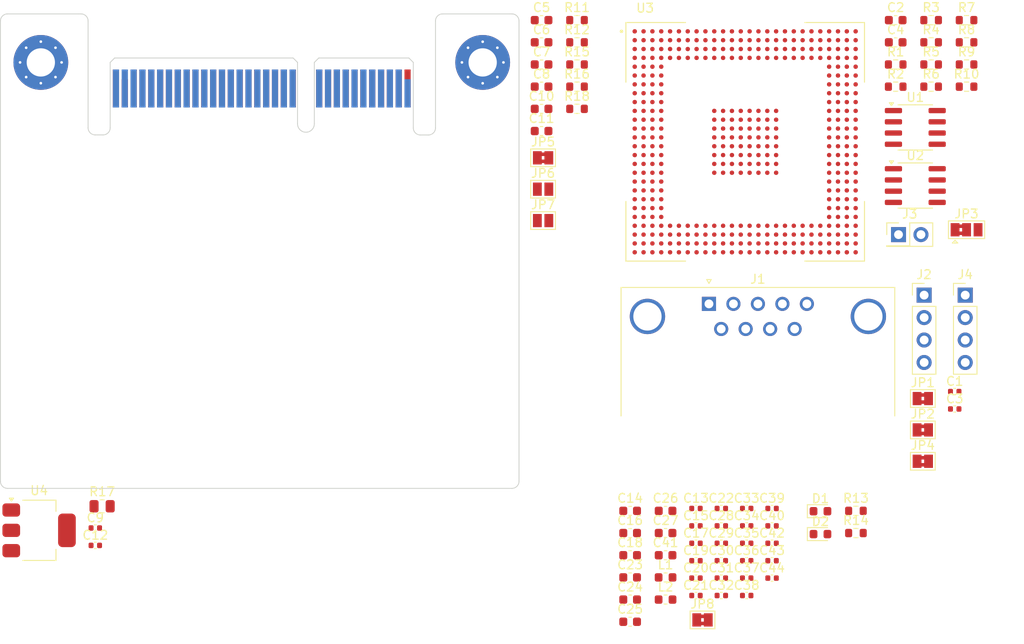
<source format=kicad_pcb>
(kicad_pcb (version 20240108) (generator "pcbnew") (generator_version "8.0")
  (layers (0 "F.Cu" signal) (31 "B.Cu" signal) (34 "B.Paste" user) (35 "F.Paste" user) (36 "B.SilkS" user "B.Silkscreen") (37 "F.SilkS" user "F.Silkscreen") (38 "B.Mask" user) (39 "F.Mask" user) (44 "Edge.Cuts" user))
  (net 0 "")
  (net 1 "GND")
  (net 2 "VCCIO")
  (net 3 "VCCINT")
  (net 4 "Net-(U4-ADJ{slash}GND)")
  (net 5 "Net-(C11-Pad2)")
  (net 6 "Net-(U3C-VDDA_A0)")
  (net 7 "Net-(U3C-VDDA_B0)")
  (net 8 "Net-(U3C-REF-BYPCB)")
  (net 9 "Net-(U3C-REF-BYPCB1)")
  (net 10 "Net-(U3C-REF-BYPCA1)")
  (net 11 "Net-(U3C-REF-BYPCA)")
  (net 12 "+5V")
  (net 13 "VCCINT_SHUNTLOW")
  (net 14 "Net-(D1-Pad1)")
  (net 15 "Net-(D2-Pad1)")
  (net 17 "Net-(U1-CANL)")
  (net 18 "Net-(U1-CANH)")
  (net 20 "Net-(J1-Pad0)")
  (net 25 "Net-(U2-CANH)")
  (net 26 "Net-(U2-CANL)")
  (net 28 "Net-(J3-Pad2)")
  (net 30 "Net-(JP1-Pad1)")
  (net 31 "Net-(JP2-Pad1)")
  (net 32 "Net-(U3E-PLLCFG2)")
  (net 33 "Net-(U3E-TEST)")
  (net 34 "/CW312T-Connector/FILT_HP")
  (net 35 "Net-(P1-FILTIN)")
  (net 36 "Net-(U3C-VSSFL)")
  (net 39 "/CW312T-Connector/TDI")
  (net 41 "/CW312T-Connector/LED1")
  (net 42 "/CW312T-Connector/TCK")
  (net 45 "/CW312T-Connector/nRST")
  (net 47 "/CW312T-Connector/BOOTCFG1")
  (net 48 "/CPU IO Bank 2/GPIO3")
  (net 49 "Net-(P1-GPIO1{slash}TX)")
  (net 51 "/CW312T-Connector/TDO")
  (net 53 "/CPU IO Bank 2/CS")
  (net 54 "Net-(P1-GPIO2{slash}RX)")
  (net 55 "/CW312T-Connector/EVTI")
  (net 56 "/CPU IO Bank 2/HDR6")
  (net 57 "/CPU IO Bank 2/GPIO4")
  (net 64 "/CPU IO Bank 2/MOSI")
  (net 65 "/CW312T-Connector/CLKIN")
  (net 67 "/CPU IO Bank 2/SCK")
  (net 71 "/CPU IO Bank 2/MISO")
  (net 72 "/CW312T-Connector/JCOMP")
  (net 77 "/CW312T-Connector/TMS")
  (net 78 "Net-(U3E-EXTAL)")
  (net 79 "Net-(U3E-ENGCLK)")
  (net 80 "/CPU IO Bank 2/UART_TX")
  (net 81 "/CPU IO Bank 2/LED_CLKOK")
  (net 82 "/CPU IO Bank 2/LED_BLOAD")
  (net 83 "/CPU IO Bank 2/UART_RX")
  (net 86 "/CPU IO Bank 2/CANATX")
  (net 87 "/CPU IO Bank 2/CANARX")
  (net 88 "/CPU IO Bank 2/CANBTX")
  (net 90 "/CPU IO Bank 2/CANBRX")
  (footprint "Resistor_SMD:R_0603_1608Metric" (layer "F.Cu") (at 184.56 57.72)
    (property "Reference" "R3" (at 0 -1.43 0) (layer "F.SilkS"))
    (property "Value" "RES_120R_0603")
    (pad "1" smd roundrect (at -0.825 0) (size 0.8 0.95) (layers "F.Cu" "F.Paste" "F.Mask") (net 31 "Net-(JP2-Pad1)"))
    (pad "2" smd roundrect (at 0.825 0) (size 0.8 0.95) (layers "F.Cu" "F.Paste" "F.Mask") (net 25 "Net-(U2-CANH)"))
  )
  (footprint "Resistor_SMD:R_0805_2012Metric" (layer "F.Cu") (at 90.75 112.73)
    (property "Reference" "R17" (at 0 -1.65 0) (layer "F.SilkS"))
    (property "Value" "RES_1R_0805")
    (pad "1" smd roundrect (at -0.9125 0) (size 1.025 1.4) (layers "F.Cu" "F.Paste" "F.Mask") (roundrect_rratio 0.243902) (net 13 "VCCINT_SHUNTLOW"))
    (pad "2" smd roundrect (at 0.9125 0) (size 1.025 1.4) (layers "F.Cu" "F.Paste" "F.Mask") (roundrect_rratio 0.243902) (net 5 "Net-(C11-Pad2)"))
  )
  (footprint "Connector_Dsub:DSUB-9_Male_Horizontal_P2.77x2.84mm_EdgePinOffset9.90mm_Housed_MountingHolesOffset11.32mm" (layer "F.Cu") (at 159.42 89.829338)
    (property "Reference" "J1" (at 5.54 -2.8 0) (layer "F.SilkS"))
    (property "Value" "DRB09P11G1R")
    (pad "0" thru_hole circle (at -6.96 1.42) (size 4 4) (drill 3.2) (layers "*.Cu" "*.Mask") (net 20 "Net-(J1-Pad0)"))
    (pad "0" thru_hole circle (at 18.04 1.42) (size 4 4) (drill 3.2) (layers "*.Cu" "*.Mask") (net 20 "Net-(J1-Pad0)"))
    (pad "1" thru_hole rect (at 0 0) (size 1.6 1.6) (drill 1) (layers "*.Cu" "*.Mask"))
    (pad "2" thru_hole circle (at 2.77 0) (size 1.6 1.6) (drill 1) (layers "*.Cu" "*.Mask") (net 17 "Net-(U1-CANL)"))
    (pad "3" thru_hole circle (at 5.54 0) (size 1.6 1.6) (drill 1) (layers "*.Cu" "*.Mask") (net 1 "GND"))
    (pad "4" thru_hole circle (at 8.31 0) (size 1.6 1.6) (drill 1) (layers "*.Cu" "*.Mask"))
    (pad "5" thru_hole circle (at 11.08 0) (size 1.6 1.6) (drill 1) (layers "*.Cu" "*.Mask"))
    (pad "6" thru_hole circle (at 1.385 2.84) (size 1.6 1.6) (drill 1) (layers "*.Cu" "*.Mask"))
    (pad "7" thru_hole circle (at 4.155 2.84) (size 1.6 1.6) (drill 1) (layers "*.Cu" "*.Mask") (net 18 "Net-(U1-CANH)"))
    (pad "8" thru_hole circle (at 6.925 2.84) (size 1.6 1.6) (drill 1) (layers "*.Cu" "*.Mask"))
    (pad "9" thru_hole circle (at 9.695 2.84) (size 1.6 1.6) (drill 1) (layers "*.Cu" "*.Mask"))
  )
  (footprint "Jumper:SolderJumper-2_P1.3mm_Open_Pad1.0x1.5mm" (layer "F.Cu") (at 140.65 80.4)
    (property "Reference" "JP7" (at 0 -1.8 0) (layer "F.SilkS"))
    (property "Value" "~")
    (pad "1" smd rect (at -0.65 0) (size 1 1.5) (layers "F.Cu" "F.Mask") (net 3 "VCCINT"))
    (pad "2" smd rect (at 0.65 0) (size 1 1.5) (layers "F.Cu" "F.Mask") (net 35 "Net-(P1-FILTIN)"))
  )
  (footprint "Package_SO:SOIC-8_3.9x4.9mm_P1.27mm" (layer "F.Cu") (at 182.77 76.44)
    (property "Reference" "U2" (at 0 -3.4 0) (layer "F.SilkS"))
    (property "Value" "SN65HVD232DR")
    (pad "1" smd roundrect (at -2.475 -1.905) (size 1.95 0.6) (layers "F.Cu" "F.Paste" "F.Mask") (net 88 "/CPU IO Bank 2/CANBTX"))
    (pad "2" smd roundrect (at -2.475 -0.635) (size 1.95 0.6) (layers "F.Cu" "F.Paste" "F.Mask") (net 1 "GND"))
    (pad "3" smd roundrect (at -2.475 0.635) (size 1.95 0.6) (layers "F.Cu" "F.Paste" "F.Mask") (net 2 "VCCIO"))
    (pad "4" smd roundrect (at -2.475 1.905) (size 1.95 0.6) (layers "F.Cu" "F.Paste" "F.Mask") (net 90 "/CPU IO Bank 2/CANBRX"))
    (pad "5" smd roundrect (at 2.475 1.905) (size 1.95 0.6) (layers "F.Cu" "F.Paste" "F.Mask"))
    (pad "6" smd roundrect (at 2.475 0.635) (size 1.95 0.6) (layers "F.Cu" "F.Paste" "F.Mask") (net 26 "Net-(U2-CANL)"))
    (pad "7" smd roundrect (at 2.475 -0.635) (size 1.95 0.6) (layers "F.Cu" "F.Paste" "F.Mask") (net 25 "Net-(U2-CANH)"))
    (pad "8" smd roundrect (at 2.475 -1.905) (size 1.95 0.6) (layers "F.Cu" "F.Paste" "F.Mask"))
  )
  (footprint "Capacitor_SMD:C_0402_1005Metric" (layer "F.Cu") (at 163.69 116.92)
    (property "Reference" "C35" (at 0 -1.16 0) (layer "F.SilkS"))
    (property "Value" "CAP_100n_16V_0402")
    (pad "1" smd roundrect (at -0.48 0) (size 0.56 0.62) (layers "F.Cu" "F.Paste" "F.Mask") (net 1 "GND"))
    (pad "2" smd roundrect (at 0.48 0) (size 0.56 0.62) (layers "F.Cu" "F.Paste" "F.Mask") (net 2 "VCCIO"))
  )
  (footprint "Resistor_SMD:R_0603_1608Metric" (layer "F.Cu") (at 188.57 65.25)
    (property "Reference" "R10" (at 0 -1.43 0) (layer "F.SilkS"))
    (property "Value" "RES_10k_0603")
    (pad "1" smd roundrect (at -0.825 0) (size 0.8 0.95) (layers "F.Cu" "F.Paste" "F.Mask") (net 72 "/CW312T-Connector/JCOMP"))
    (pad "2" smd roundrect (at 0.825 0) (size 0.8 0.95) (layers "F.Cu" "F.Paste" "F.Mask") (net 2 "VCCIO"))
  )
  (footprint "Connector_PinHeader_2.54mm:PinHeader_2x01_P2.54mm_Vertical" (layer "F.Cu") (at 180.87 81.99)
    (property "Reference" "J3" (at 1.27 -2.33 0) (layer "F.SilkS"))
    (property "Value" "2Pin_Header_2.54")
    (pad "1" thru_hole rect (at 0 0) (size 1.7 1.7) (drill 1) (layers "*.Cu" "*.Mask") (net 1 "GND"))
    (pad "2" thru_hole oval (at 2.54 0) (size 1.7 1.7) (drill 1) (layers "*.Cu" "*.Mask") (net 28 "Net-(J3-Pad2)"))
  )
  (footprint "Capacitor_SMD:C_0402_1005Metric" (layer "F.Cu") (at 163.69 118.89)
    (property "Reference" "C36" (at 0 -1.16 0) (layer "F.SilkS"))
    (property "Value" "CAP_100n_16V_0402")
    (pad "1" smd roundrect (at -0.48 0) (size 0.56 0.62) (layers "F.Cu" "F.Paste" "F.Mask") (net 1 "GND"))
    (pad "2" smd roundrect (at 0.48 0) (size 0.56 0.62) (layers "F.Cu" "F.Paste" "F.Mask") (net 2 "VCCIO"))
  )
  (footprint "Capacitor_SMD:C_0402_1005Metric" (layer "F.Cu") (at 160.82 112.98)
    (property "Reference" "C22" (at 0 -1.16 0) (layer "F.SilkS"))
    (property "Value" "CAP_100n_16V_0402")
    (pad "1" smd roundrect (at -0.48 0) (size 0.56 0.62) (layers "F.Cu" "F.Paste" "F.Mask") (net 1 "GND"))
    (pad "2" smd roundrect (at 0.48 0) (size 0.56 0.62) (layers "F.Cu" "F.Paste" "F.Mask") (net 11 "Net-(U3C-REF-BYPCA)"))
  )
  (footprint "Capacitor_SMD:C_0402_1005Metric" (layer "F.Cu") (at 160.82 114.95)
    (property "Reference" "C28" (at 0 -1.16 0) (layer "F.SilkS"))
    (property "Value" "CAP_100n_16V_0402")
    (pad "1" smd roundrect (at -0.48 0) (size 0.56 0.62) (layers "F.Cu" "F.Paste" "F.Mask") (net 1 "GND"))
    (pad "2" smd roundrect (at 0.48 0) (size 0.56 0.62) (layers "F.Cu" "F.Paste" "F.Mask") (net 2 "VCCIO"))
  )
  (footprint "Resistor_SMD:R_0603_1608Metric" (layer "F.Cu") (at 184.56 65.25)
    (property "Reference" "R6" (at 0 -1.43 0) (layer "F.SilkS"))
    (property "Value" "RES_10k_0603")
    (pad "1" smd roundrect (at -0.825 0) (size 0.8 0.95) (layers "F.Cu" "F.Paste" "F.Mask") (net 1 "GND"))
    (pad "2" smd roundrect (at 0.825 0) (size 0.8 0.95) (layers "F.Cu" "F.Paste" "F.Mask") (net 47 "/CW312T-Connector/BOOTCFG1"))
  )
  (footprint "Capacitor_SMD:C_0402_1005Metric" (layer "F.Cu") (at 160.82 120.86)
    (property "Reference" "C31" (at 0 -1.16 0) (layer "F.SilkS"))
    (property "Value" "CAP_100n_16V_0402")
    (pad "1" smd roundrect (at -0.48 0) (size 0.56 0.62) (layers "F.Cu" "F.Paste" "F.Mask") (net 1 "GND"))
    (pad "2" smd roundrect (at 0.48 0) (size 0.56 0.62) (layers "F.Cu" "F.Paste" "F.Mask") (net 2 "VCCIO"))
  )
  (footprint "Capacitor_SMD:C_0603_1608Metric" (layer "F.Cu") (at 154.51 118.27)
    (property "Reference" "C41" (at 0 -1.43 0) (layer "F.SilkS"))
    (property "Value" "CAP_2u2_10V_0603")
    (pad "1" smd roundrect (at -0.775 0) (size 0.9 0.95) (layers "F.Cu" "F.Paste" "F.Mask") (net 1 "GND"))
    (pad "2" smd roundrect (at 0.775 0) (size 0.9 0.95) (layers "F.Cu" "F.Paste" "F.Mask") (net 12 "+5V"))
  )
  (footprint "Capacitor_SMD:C_0603_1608Metric" (layer "F.Cu") (at 150.5 125.8)
    (property "Reference" "C25" (at 0 -1.43 0) (layer "F.SilkS"))
    (property "Value" "CAP_2u2_10V_0603")
    (pad "1" smd roundrect (at -0.775 0) (size 0.9 0.95) (layers "F.Cu" "F.Paste" "F.Mask") (net 1 "GND"))
    (pad "2" smd roundrect (at 0.775 0) (size 0.9 0.95) (layers "F.Cu" "F.Paste" "F.Mask") (net 2 "VCCIO"))
  )
  (footprint "Capacitor_SMD:C_0603_1608Metric" (layer "F.Cu") (at 150.5 123.29)
    (property "Reference" "C24" (at 0 -1.43 0) (layer "F.SilkS"))
    (property "Value" "CAP_2u2_10V_0603")
    (pad "1" smd roundrect (at -0.775 0) (size 0.9 0.95) (layers "F.Cu" "F.Paste" "F.Mask") (net 1 "GND"))
    (pad "2" smd roundrect (at 0.775 0) (size 0.9 0.95) (layers "F.Cu" "F.Paste" "F.Mask") (net 2 "VCCIO"))
  )
  (footprint "Capacitor_SMD:C_0402_1005Metric" (layer "F.Cu") (at 89.98 115.19)
    (property "Reference" "C9" (at 0 -1.16 0) (layer "F.SilkS"))
    (property "Value" "CAP_100n_16V_0402")
    (pad "1" smd roundrect (at -0.48 0) (size 0.56 0.62) (layers "F.Cu" "F.Paste" "F.Mask") (net 1 "GND"))
    (pad "2" smd roundrect (at 0.48 0) (size 0.56 0.62) (layers "F.Cu" "F.Paste" "F.Mask") (net 3 "VCCINT"))
  )
  (footprint "Resistor_SMD:R_0603_1608Metric" (layer "F.Cu") (at 176.05 113.25)
    (property "Reference" "R13" (at 0 -1.43 0) (layer "F.SilkS"))
    (property "Value" "RES_1k_0603")
    (pad "1" smd roundrect (at -0.825 0) (size 0.8 0.95) (layers "F.Cu" "F.Paste" "F.Mask") (net 81 "/CPU IO Bank 2/LED_CLKOK"))
    (pad "2" smd roundrect (at 0.825 0) (size 0.8 0.95) (layers "F.Cu" "F.Paste" "F.Mask") (net 14 "Net-(D1-Pad1)"))
  )
  (footprint "Capacitor_SMD:C_0603_1608Metric" (layer "F.Cu") (at 140.48 62.74)
    (property "Reference" "C7" (at 0 -1.43 0) (layer "F.SilkS"))
    (property "Value" "CAP_2u2_10V_0603")
    (pad "1" smd roundrect (at -0.775 0) (size 0.9 0.95) (layers "F.Cu" "F.Paste" "F.Mask") (net 1 "GND"))
    (pad "2" smd roundrect (at 0.775 0) (size 0.9 0.95) (layers "F.Cu" "F.Paste" "F.Mask") (net 3 "VCCINT"))
  )
  (footprint "Capacitor_SMD:C_0603_1608Metric" (layer "F.Cu") (at 150.5 115.76)
    (property "Reference" "C16" (at 0 -1.43 0) (layer "F.SilkS"))
    (property "Value" "CAP_2u2_10V_0603")
    (pad "1" smd roundrect (at -0.775 0) (size 0.9 0.95) (layers "F.Cu" "F.Paste" "F.Mask") (net 1 "GND"))
    (pad "2" smd roundrect (at 0.775 0) (size 0.9 0.95) (layers "F.Cu" "F.Paste" "F.Mask") (net 7 "Net-(U3C-VDDA_B0)"))
  )
  (footprint "Connector_PinHeader_2.54mm:PinHeader_1x04_P2.54mm_Vertical" (layer "F.Cu") (at 188.42 88.84)
    (property "Reference" "J4" (at 0 -2.33 0) (layer "F.SilkS"))
    (property "Value" "HDR_4_2.54")
    (pad "1" thru_hole rect (at 0 0) (size 1.7 1.7) (drill 1) (layers "*.Cu" "*.Mask") (net 18 "Net-(U1-CANH)"))
    (pad "2" thru_hole oval (at 0 2.54) (size 1.7 1.7) (drill 1) (layers "*.Cu" "*.Mask") (net 17 "Net-(U1-CANL)"))
    (pad "3" thru_hole oval (at 0 5.08) (size 1.7 1.7) (drill 1) (layers "*.Cu" "*.Mask"))
    (pad "4" thru_hole oval (at 0 7.62) (size 1.7 1.7) (drill 1) (layers "*.Cu" "*.Mask") (net 1 "GND"))
  )
  (footprint "Jumper:SolderJumper-2_P1.3mm_Open_Pad1.0x1.5mm" (layer "F.Cu") (at 140.65 76.85)
    (property "Reference" "JP6" (at 0 -1.8 0) (layer "F.SilkS"))
    (property "Value" "~")
    (pad "1" smd rect (at -0.65 0) (size 1 1.5) (layers "F.Cu" "F.Mask") (net 5 "Net-(C11-Pad2)"))
    (pad "2" smd rect (at 0.65 0) (size 1 1.5) (layers "F.Cu" "F.Mask") (net 34 "/CW312T-Connector/FILT_HP"))
  )
  (footprint "Capacitor_SMD:C_0402_1005Metric" (layer "F.Cu") (at 157.95 114.95)
    (property "Reference" "C15" (at 0 -1.16 0) (layer "F.SilkS"))
    (property "Value" "CAP_100n_16V_0402")
    (pad "1" smd roundrect (at -0.48 0) (size 0.56 0.62) (layers "F.Cu" "F.Paste" "F.Mask") (net 1 "GND"))
    (pad "2" smd roundrect (at 0.48 0) (size 0.56 0.62) (layers "F.Cu" "F.Paste" "F.Mask") (net 7 "Net-(U3C-VDDA_B0)"))
  )
  (footprint "Capacitor_SMD:C_0402_1005Metric" (layer "F.Cu") (at 89.98 117.16)
    (property "Reference" "C12" (at 0 -1.16 0) (layer "F.SilkS"))
    (property "Value" "CAP_100n_16V_0402")
    (pad "1" smd roundrect (at -0.48 0) (size 0.56 0.62) (layers "F.Cu" "F.Paste" "F.Mask") (net 1 "GND"))
    (pad "2" smd roundrect (at 0.48 0) (size 0.56 0.62) (layers "F.Cu" "F.Paste" "F.Mask") (net 5 "Net-(C11-Pad2)"))
  )
  (footprint "Capacitor_SMD:C_0402_1005Metric" (layer "F.Cu") (at 187.23 101.72)
    (property "Reference" "C3" (at 0 -1.16 0) (layer "F.SilkS"))
    (property "Value" "CAP_100n_16V_0402")
    (pad "1" smd roundrect (at -0.48 0) (size 0.56 0.62) (layers "F.Cu" "F.Paste" "F.Mask") (net 1 "GND"))
    (pad "2" smd roundrect (at 0.48 0) (size 0.56 0.62) (layers "F.Cu" "F.Paste" "F.Mask") (net 2 "VCCIO"))
  )
  (footprint "Resistor_SMD:R_0603_1608Metric" (layer "F.Cu") (at 144.49 67.76)
    (property "Reference" "R18" (at 0 -1.43 0) (layer "F.SilkS"))
    (property "Value" "RES_10k_0603")
    (pad "1" smd roundrect (at -0.825 0) (size 0.8 0.95) (layers "F.Cu" "F.Paste" "F.Mask") (net 54 "Net-(P1-GPIO2{slash}RX)"))
    (pad "2" smd roundrect (at 0.825 0) (size 0.8 0.95) (layers "F.Cu" "F.Paste" "F.Mask") (net 83 "/CPU IO Bank 2/UART_RX"))
  )
  (footprint "Jumper:SolderJumper-3_P1.3mm_Bridged2Bar12_Pad1.0x1.5mm" (layer "F.Cu") (at 188.57 81.44)
    (property "Reference" "JP3" (at 0 -1.8 0) (layer "F.SilkS"))
    (property "Value" "~")
    (fp_poly (pts (xy -0.9 -0.6) (xy -0.4 -0.6) (xy -0.4 -0.2) (xy -0.9 -0.2)) (fill solid) (layer "F.Cu"))
    (fp_poly (pts (xy -0.9 0.2) (xy -0.4 0.2) (xy -0.4 0.6) (xy -0.9 0.6)) (fill solid) (layer "F.Cu"))
    (pad "1" smd rect (at -1.3 0) (size 1 1.5) (layers "F.Cu" "F.Mask") (net 1 "GND"))
    (pad "2" smd rect (at 0 0) (size 1 1.5) (layers "F.Cu" "F.Mask") (net 32 "Net-(U3E-PLLCFG2)"))
    (pad "3" smd rect (at 1.3 0) (size 1 1.5) (layers "F.Cu" "F.Mask") (net 12 "+5V"))
  )
  (footprint "Capacitor_SMD:C_0402_1005Metric" (layer "F.Cu") (at 157.95 118.89)
    (property "Reference" "C19" (at 0 -1.16 0) (layer "F.SilkS"))
    (property "Value" "CAP_100n_16V_0402")
    (pad "1" smd roundrect (at -0.48 0) (size 0.56 0.62) (layers "F.Cu" "F.Paste" "F.Mask") (net 1 "GND"))
    (pad "2" smd roundrect (at 0.48 0) (size 0.56 0.62) (layers "F.Cu" "F.Paste" "F.Mask") (net 8 "Net-(U3C-REF-BYPCB)"))
  )
  (footprint "Capacitor_SMD:C_0402_1005Metric" (layer "F.Cu") (at 163.69 114.95)
    (property "Reference" "C34" (at 0 -1.16 0) (layer "F.SilkS"))
    (property "Value" "CAP_100n_16V_0402")
    (pad "1" smd roundrect (at -0.48 0) (size 0.56 0.62) (layers "F.Cu" "F.Paste" "F.Mask") (net 1 "GND"))
    (pad "2" smd roundrect (at 0.48 0) (size 0.56 0.62) (layers "F.Cu" "F.Paste" "F.Mask") (net 2 "VCCIO"))
  )
  (footprint "Resistor_SMD:R_0603_1608Metric" (layer "F.Cu") (at 144.49 65.25)
    (property "Reference" "R16" (at 0 -1.43 0) (layer "F.SilkS"))
    (property "Value" "RES_22R_0603")
    (pad "1" smd roundrect (at -0.825 0) (size 0.8 0.95) (layers "F.Cu" "F.Paste" "F.Mask") (net 1 "GND"))
    (pad "2" smd roundrect (at 0.825 0) (size 0.8 0.95) (layers "F.Cu" "F.Paste" "F.Mask") (net 4 "Net-(U4-ADJ{slash}GND)"))
  )
  (footprint "Inductor_SMD:L_0603_1608Metric" (layer "F.Cu") (at 154.51 120.78)
    (property "Reference" "L1" (at 0 -1.43 0) (layer "F.SilkS"))
    (property "Value" "IND_1K_0603")
    (pad "1" smd roundrect (at -0.7875 0) (size 0.875 0.95) (layers "F.Cu" "F.Paste" "F.Mask") (net 6 "Net-(U3C-VDDA_A0)"))
    (pad "2" smd roundrect (at 0.7875 0) (size 0.875 0.95) (layers "F.Cu" "F.Paste" "F.Mask") (net 12 "+5V"))
  )
  (footprint "Capacitor_SMD:C_0402_1005Metric" (layer "F.Cu") (at 166.56 118.89)
    (property "Reference" "C43" (at 0 -1.16 0) (layer "F.SilkS"))
    (property "Value" "CAP_DNM_0402")
    (pad "1" smd roundrect (at -0.48 0) (size 0.56 0.62) (layers "F.Cu" "F.Paste" "F.Mask") (net 1 "GND"))
    (pad "2" smd roundrect (at 0.48 0) (size 0.56 0.62) (layers "F.Cu" "F.Paste" "F.Mask") (net 13 "VCCINT_SHUNTLOW"))
  )
  (footprint "Capacitor_SMD:C_0402_1005Metric" (layer "F.Cu") (at 160.82 118.89)
    (property "Reference" "C30" (at 0 -1.16 0) (layer "F.SilkS"))
    (property "Value" "CAP_100n_16V_0402")
    (pad "1" smd roundrect (at -0.48 0) (size 0.56 0.62) (layers "F.Cu" "F.Paste" "F.Mask") (net 1 "GND"))
    (pad "2" smd roundrect (at 0.48 0) (size 0.56 0.62) (layers "F.Cu" "F.Paste" "F.Mask") (net 2 "VCCIO"))
  )
  (footprint "Capacitor_SMD:C_0603_1608Metric" (layer "F.Cu") (at 180.55 57.72)
    (property "Reference" "C2" (at 0 -1.43 0) (layer "F.SilkS"))
    (property "Value" "CAP_2u2_10V_0603")
    (pad "1" smd roundrect (at -0.775 0) (size 0.9 0.95) (layers "F.Cu" "F.Paste" "F.Mask") (net 1 "GND"))
    (pad "2" smd roundrect (at 0.775 0) (size 0.9 0.95) (layers "F.Cu" "F.Paste" "F.Mask") (net 2 "VCCIO"))
  )
  (footprint "Connector_PinHeader_2.54mm:PinHeader_1x04_P2.54mm_Vertical" (layer "F.Cu") (at 183.77 88.84)
    (property "Reference" "J2" (at 0 -2.33 0) (layer "F.SilkS"))
    (property "Value" "HDR_4_2.54")
    (pad "1" thru_hole rect (at 0 0) (size 1.7 1.7) (drill 1) (layers "*.Cu" "*.Mask") (net 25 "Net-(U2-CANH)"))
    (pad "2" thru_hole oval (at 0 2.54) (size 1.7 1.7) (drill 1) (layers "*.Cu" "*.Mask") (net 26 "Net-(U2-CANL)"))
    (pad "3" thru_hole oval (at 0 5.08) (size 1.7 1.7) (drill 1) (layers "*.Cu" "*.Mask"))
    (pad "4" thru_hole oval (at 0 7.62) (size 1.7 1.7) (drill 1) (layers "*.Cu" "*.Mask") (net 1 "GND"))
  )
  (footprint "Capacitor_SMD:C_0402_1005Metric" (layer "F.Cu") (at 157.95 112.98)
    (property "Reference" "C13" (at 0 -1.16 0) (layer "F.SilkS"))
    (property "Value" "CAP_100n_16V_0402")
    (pad "1" smd roundrect (at -0.48 0) (size 0.56 0.62) (layers "F.Cu" "F.Paste" "F.Mask") (net 1 "GND"))
    (pad "2" smd roundrect (at 0.48 0) (size 0.56 0.62) (layers "F.Cu" "F.Paste" "F.Mask") (net 6 "Net-(U3C-VDDA_A0)"))
  )
  (footprint "Jumper:SolderJumper-2_P1.3mm_Bridged2Bar_Pad1.0x1.5mm" (layer "F.Cu") (at 183.62 107.64)
    (property "Reference" "JP4" (at 0 -1.8 0) (layer "F.SilkS"))
    (property "Value" "~")
    (fp_poly (pts (xy -0.25 -0.6) (xy 0.25 -0.6) (xy 0.25 -0.2) (xy -0.25 -0.2)) (fill solid) (layer "F.Cu"))
    (fp_poly (pts (xy -0.25 0.2) (xy 0.25 0.2) (xy 0.25 0.6) (xy -0.25 0.6)) (fill solid) (layer "F.Cu"))
    (pad "1" smd rect (at -0.65 0) (size 1 1.5) (layers "F.Cu" "F.Mask") (net 33 "Net-(U3E-TEST)"))
    (pad "2" smd rect (at 0.65 0) (size 1 1.5) (layers "F.Cu" "F.Mask") (net 1 "GND"))
  )
  (footprint "Capacitor_SMD:C_0603_1608Metric" (layer "F.Cu") (at 154.51 115.76)
    (property "Reference" "C27" (at 0 -1.43 0) (layer "F.SilkS"))
    (property "Value" "CAP_2u2_10V_0603")
    (pad "1" smd roundrect (at -0.775 0) (size 0.9 0.95) (layers "F.Cu" "F.Paste" "F.Mask") (net 1 "GND"))
    (pad "2" smd roundrect (at 0.775 0) (size 0.9 0.95) (layers "F.Cu" "F.Paste" "F.Mask") (net 2 "VCCIO"))
  )
  (footprint "Capacitor_SMD:C_0603_1608Metric" (layer "F.Cu") (at 140.48 65.25)
    (property "Reference" "C8" (at 0 -1.43 0) (layer "F.SilkS"))
    (property "Value" "CAP_2u2_10V_0603")
    (pad "1" smd roundrect (at -0.775 0) (size 0.9 0.95) (layers "F.Cu" "F.Paste" "F.Mask") (net 1 "GND"))
    (pad "2" smd roundrect (at 0.775 0) (size 0.9 0.95) (layers "F.Cu" "F.Paste" "F.Mask") (net 3 "VCCINT"))
  )
  (footprint "Capacitor_SMD:C_0402_1005Metric" (layer "F.Cu") (at 157.95 122.83)
    (property "Reference" "C21" (at 0 -1.16 0) (layer "F.SilkS"))
    (property "Value" "CAP_100n_16V_0402")
    (pad "1" smd roundrect (at -0.48 0) (size 0.56 0.62) (layers "F.Cu" "F.Paste" "F.Mask") (net 1 "GND"))
    (pad "2" smd roundrect (at 0.48 0) (size 0.56 0.62) (layers "F.Cu" "F.Paste" "F.Mask") (net 10 "Net-(U3C-REF-BYPCA1)"))
  )
  (footprint "Jumper:SolderJumper-2_P1.3mm_Bridged2Bar_Pad1.0x1.5mm" (layer "F.Cu") (at 183.62 104.09)
    (property "Reference" "JP2" (at 0 -1.8 0) (layer "F.SilkS"))
    (property "Value" "~")
    (fp_poly (pts (xy -0.25 -0.6) (xy 0.25 -0.6) (xy 0.25 -0.2) (xy -0.25 -0.2)) (fill solid) (layer "F.Cu"))
    (fp_poly (pts (xy -0.25 0.2) (xy 0.25 0.2) (xy 0.25 0.6) (xy -0.25 0.6)) (fill solid) (layer "F.Cu"))
    (pad "1" smd rect (at -0.65 0) (size 1 1.5) (layers "F.Cu" "F.Mask") (net 31 "Net-(JP2-Pad1)"))
    (pad "2" smd rect (at 0.65 0) (size 1 1.5) (layers "F.Cu" "F.Mask") (net 25 "Net-(U2-CANH)"))
  )
  (footprint "Capacitor_SMD:C_0402_1005Metric" (layer "F.Cu") (at 166.56 112.98)
    (property "Reference" "C39" (at 0 -1.16 0) (layer "F.SilkS"))
    (property "Value" "CAP_100n_16V_0402")
    (pad "1" smd roundrect (at -0.48 0) (size 0.56 0.62) (layers "F.Cu" "F.Paste" "F.Mask") (net 1 "GND"))
    (pad "2" smd roundrect (at 0.48 0) (size 0.56 0.62) (layers "F.Cu" "F.Paste" "F.Mask") (net 12 "+5V"))
  )
  (footprint "Capacitor_SMD:C_0603_1608Metric" (layer "F.Cu") (at 150.5 120.78)
    (property "Reference" "C23" (at 0 -1.43 0) (layer "F.SilkS"))
    (property "Value" "CAP_2u2_10V_0603")
    (pad "1" smd roundrect (at -0.775 0) (size 0.9 0.95) (layers "F.Cu" "F.Paste" "F.Mask") (net 1 "GND"))
    (pad "2" smd roundrect (at 0.775 0) (size 0.9 0.95) (layers "F.Cu" "F.Paste" "F.Mask") (net 2 "VCCIO"))
  )
  (footprint "Package_SO:SOIC-8_3.9x4.9mm_P1.27mm" (layer "F.Cu") (at 182.77 69.86)
    (property "Reference" "U1" (at 0 -3.4 0) (layer "F.SilkS"))
    (property "Value" "SN65HVD232DR")
    (pad "1" smd roundrect (at -2.475 -1.905) (size 1.95 0.6) (layers "F.Cu" "F.Paste" "F.Mask") (net 86 "/CPU IO Bank 2/CANATX"))
    (pad "2" smd roundrect (at -2.475 -0.635) (size 1.95 0.6) (layers "F.Cu" "F.Paste" "F.Mask") (net 1 "GND"))
    (pad "3" smd roundrect (at -2.475 0.635) (size 1.95 0.6) (layers "F.Cu" "F.Paste" "F.Mask") (net 2 "VCCIO"))
    (pad "4" smd roundrect (at -2.475 1.905) (size 1.95 0.6) (layers "F.Cu" "F.Paste" "F.Mask") (net 87 "/CPU IO Bank 2/CANARX"))
    (pad "5" smd roundrect (at 2.475 1.905) (size 1.95 0.6) (layers "F.Cu" "F.Paste" "F.Mask"))
    (pad "6" smd roundrect (at 2.475 0.635) (size 1.95 0.6) (layers "F.Cu" "F.Paste" "F.Mask") (net 17 "Net-(U1-CANL)"))
    (pad "7" smd roundrect (at 2.475 -0.635) (size 1.95 0.6) (layers "F.Cu" "F.Paste" "F.Mask") (net 18 "Net-(U1-CANH)"))
    (pad "8" smd roundrect (at 2.475 -1.905) (size 1.95 0.6) (layers "F.Cu" "F.Paste" "F.Mask"))
  )
  (footprint "Resistor_SMD:R_0603_1608Metric" (layer "F.Cu") (at 144.49 60.23)
    (property "Reference" "R12" (at 0 -1.43 0) (layer "F.SilkS"))
    (property "Value" "RES_10k_0603")
    (pad "1" smd roundrect (at -0.825 0) (size 0.8 0.95) (layers "F.Cu" "F.Paste" "F.Mask") (net 49 "Net-(P1-GPIO1{slash}TX)"))
    (pad "2" smd roundrect (at 0.825 0) (size 0.8 0.95) (layers "F.Cu" "F.Paste" "F.Mask") (net 80 "/CPU IO Bank 2/UART_TX"))
  )
  (footprint "Capacitor_SMD:C_0402_1005Metric" (layer "F.Cu") (at 166.56 114.95)
    (property "Reference" "C40" (at 0 -1.16 0) (layer "F.SilkS"))
    (property "Value" "CAP_100n_16V_0402")
    (pad "1" smd roundrect (at -0.48 0) (size 0.56 0.62) (layers "F.Cu" "F.Paste" "F.Mask") (net 1 "GND"))
    (pad "2" smd roundrect (at 0.48 0) (size 0.56 0.62) (layers "F.Cu" "F.Paste" "F.Mask") (net 12 "+5V"))
  )
  (footprint "Capacitor_SMD:C_0402_1005Metric" (layer "F.Cu") (at 157.95 116.92)
    (property "Reference" "C17" (at 0 -1.16 0) (layer "F.SilkS"))
    (property "Value" "CAP_100n_16V_0402")
    (pad "1" smd roundrect (at -0.48 0) (size 0.56 0.62) (layers "F.Cu" "F.Paste" "F.Mask") (net 1 "GND"))
    (pad "2" smd roundrect (at 0.48 0) (size 0.56 0.62) (layers "F.Cu" "F.Paste" "F.Mask") (net 2 "VCCIO"))
  )
  (footprint "Capacitor_SMD:C_0402_1005Metric" (layer "F.Cu") (at 157.95 120.86)
    (property "Reference" "C20" (at 0 -1.16 0) (layer "F.SilkS"))
    (property "Value" "CAP_100n_16V_0402")
    (pad "1" smd roundrect (at -0.48 0) (size 0.56 0.62) (layers "F.Cu" "F.Paste" "F.Mask") (net 1 "GND"))
    (pad "2" smd roundrect (at 0.48 0) (size 0.56 0.62) (layers "F.Cu" "F.Paste" "F.Mask") (net 9 "Net-(U3C-REF-BYPCB1)"))
  )
  (footprint "tutorial_2_library:BGA416C100P26X26_2700X2700X255N" (layer "F.Cu") (at 163.52 71.49)
    (property "Reference" "U3" (at -11.325 -15.135 0) (layer "F.SilkS"))
    (property "Value" "SPC5676RDK3MVU1R")
    (pad "A1" smd circle (at -12.5 -12.5) (size 0.5 0.5) (layers "F.Cu" "F.Paste" "F.Mask") (net 1 "GND"))
    (pad "A2" smd circle (at -11.5 -12.5) (size 0.5 0.5) (layers "F.Cu" "F.Paste" "F.Mask") (net 13 "VCCINT_SHUNTLOW"))
    (pad "A3" smd circle (at -10.5 -12.5) (size 0.5 0.5) (layers "F.Cu" "F.Paste" "F.Mask") (net 41 "/CW312T-Connector/LED1"))
    (pad "A4" smd circle (at -9.5 -12.5) (size 0.5 0.5) (layers "F.Cu" "F.Paste" "F.Mask"))
    (pad "A5" smd circle (at -8.5 -12.5) (size 0.5 0.5) (layers "F.Cu" "F.Paste" "F.Mask"))
    (pad "A6" smd circle (at -7.5 -12.5) (size 0.5 0.5) (layers "F.Cu" "F.Paste" "F.Mask"))
    (pad "A7" smd circle (at -6.5 -12.5) (size 0.5 0.5) (layers "F.Cu" "F.Paste" "F.Mask"))
    (pad "A8" smd circle (at -5.5 -12.5) (size 0.5 0.5) (layers "F.Cu" "F.Paste" "F.Mask"))
    (pad "A9" smd circle (at -4.5 -12.5) (size 0.5 0.5) (layers "F.Cu" "F.Paste" "F.Mask") (net 6 "Net-(U3C-VDDA_A0)"))
    (pad "A10" smd circle (at -3.5 -12.5) (size 0.5 0.5) (layers "F.Cu" "F.Paste" "F.Mask") (net 10 "Net-(U3C-REF-BYPCA1)"))
    (pad "A11" smd circle (at -2.5 -12.5) (size 0.5 0.5) (layers "F.Cu" "F.Paste" "F.Mask") (net 1 "GND"))
    (pad "A12" smd circle (at -1.5 -12.5) (size 0.5 0.5) (layers "F.Cu" "F.Paste" "F.Mask") (net 6 "Net-(U3C-VDDA_A0)"))
    (pad "A13" smd circle (at -0.5 -12.5) (size 0.5 0.5) (layers "F.Cu" "F.Paste" "F.Mask"))
    (pad "A14" smd circle (at 0.5 -12.5) (size 0.5 0.5) (layers "F.Cu" "F.Paste" "F.Mask"))
    (pad "A15" smd circle (at 1.5 -12.5) (size 0.5 0.5) (layers "F.Cu" "F.Paste" "F.Mask"))
    (pad "A16" smd circle (at 2.5 -12.5) (size 0.5 0.5) (layers "F.Cu" "F.Paste" "F.Mask") (net 7 "Net-(U3C-VDDA_B0)"))
    (pad "A17" smd circle (at 3.5 -12.5) (size 0.5 0.5) (layers "F.Cu" "F.Paste" "F.Mask") (net 9 "Net-(U3C-REF-BYPCB1)"))
    (pad "A18" smd circle (at 4.5 -12.5) (size 0.5 0.5) (layers "F.Cu" "F.Paste" "F.Mask") (net 1 "GND"))
    (pad "A19" smd circle (at 5.5 -12.5) (size 0.5 0.5) (layers "F.Cu" "F.Paste" "F.Mask") (net 7 "Net-(U3C-VDDA_B0)"))
    (pad "A20" smd circle (at 6.5 -12.5) (size 0.5 0.5) (layers "F.Cu" "F.Paste" "F.Mask"))
    (pad "A21" smd circle (at 7.5 -12.5) (size 0.5 0.5) (layers "F.Cu" "F.Paste" "F.Mask"))
    (pad "A22" smd circle (at 8.5 -12.5) (size 0.5 0.5) (layers "F.Cu" "F.Paste" "F.Mask"))
    (pad "A23" smd circle (at 9.5 -12.5) (size 0.5 0.5) (layers "F.Cu" "F.Paste" "F.Mask"))
    (pad "A24" smd circle (at 10.5 -12.5) (size 0.5 0.5) (layers "F.Cu" "F.Paste" "F.Mask"))
    (pad "A25" smd circle (at 11.5 -12.5) (size 0.5 0.5) (layers "F.Cu" "F.Paste" "F.Mask"))
    (pad "A26" smd circle (at 12.5 -12.5) (size 0.5 0.5) (layers "F.Cu" "F.Paste" "F.Mask") (net 1 "GND"))
    (pad "AA1" smd circle (at -12.5 7.5) (size 0.5 0.5) (layers "F.Cu" "F.Paste" "F.Mask"))
    (pad "AA2" smd circle (at -11.5 7.5) (size 0.5 0.5) (layers "F.Cu" "F.Paste" "F.Mask"))
    (pad "AA3" smd circle (at -10.5 7.5) (size 0.5 0.5) (layers "F.Cu" "F.Paste" "F.Mask"))
    (pad "AA4" smd circle (at -9.5 7.5) (size 0.5 0.5) (layers "F.Cu" "F.Paste" "F.Mask") (net 2 "VCCIO"))
    (pad "AA23" smd circle (at 9.5 7.5) (size 0.5 0.5) (layers "F.Cu" "F.Paste" "F.Mask") (net 2 "VCCIO"))
    (pad "AA24" smd circle (at 10.5 7.5) (size 0.5 0.5) (layers "F.Cu" "F.Paste" "F.Mask"))
    (pad "AA25" smd circle (at 11.5 7.5) (size 0.5 0.5) (layers "F.Cu" "F.Paste" "F.Mask") (net 2 "VCCIO"))
    (pad "AA26" smd circle (at 12.5 7.5) (size 0.5 0.5) (layers "F.Cu" "F.Paste" "F.Mask") (net 1 "GND"))
    (pad "AB1" smd circle (at -12.5 8.5) (size 0.5 0.5) (layers "F.Cu" "F.Paste" "F.Mask") (net 51 "/CW312T-Connector/TDO"))
    (pad "AB2" smd circle (at -11.5 8.5) (size 0.5 0.5) (layers "F.Cu" "F.Paste" "F.Mask") (net 42 "/CW312T-Connector/TCK"))
    (pad "AB3" smd circle (at -10.5 8.5) (size 0.5 0.5) (layers "F.Cu" "F.Paste" "F.Mask") (net 77 "/CW312T-Connector/TMS"))
    (pad "AB4" smd circle (at -9.5 8.5) (size 0.5 0.5) (layers "F.Cu" "F.Paste" "F.Mask") (net 13 "VCCINT_SHUNTLOW"))
    (pad "AB23" smd circle (at 9.5 8.5) (size 0.5 0.5) (layers "F.Cu" "F.Paste" "F.Mask") (net 13 "VCCINT_SHUNTLOW"))
    (pad "AB24" smd circle (at 10.5 8.5) (size 0.5 0.5) (layers "F.Cu" "F.Paste" "F.Mask"))
    (pad "AB25" smd circle (at 11.5 8.5) (size 0.5 0.5) (layers "F.Cu" "F.Paste" "F.Mask") (net 36 "Net-(U3C-VSSFL)"))
    (pad "AB26" smd circle (at 12.5 8.5) (size 0.5 0.5) (layers "F.Cu" "F.Paste" "F.Mask") (net 78 "Net-(U3E-EXTAL)"))
    (pad "AC1" smd circle (at -12.5 9.5) (size 0.5 0.5) (layers "F.Cu" "F.Paste" "F.Mask") (net 2 "VCCIO"))
    (pad "AC2" smd circle (at -11.5 9.5) (size 0.5 0.5) (layers "F.Cu" "F.Paste" "F.Mask") (net 39 "/CW312T-Connector/TDI"))
    (pad "AC3" smd circle (at -10.5 9.5) (size 0.5 0.5) (layers "F.Cu" "F.Paste" "F.Mask") (net 13 "VCCINT_SHUNTLOW"))
    (pad "AC4" smd circle (at -9.5 9.5) (size 0.5 0.5) (layers "F.Cu" "F.Paste" "F.Mask") (net 1 "GND"))
    (pad "AC5" smd circle (at -8.5 9.5) (size 0.5 0.5) (layers "F.Cu" "F.Paste" "F.Mask") (net 2 "VCCIO"))
    (pad "AC6" smd circle (at -7.5 9.5) (size 0.5 0.5) (layers "F.Cu" "F.Paste" "F.Mask"))
    (pad "AC7" smd circle (at -6.5 9.5) (size 0.5 0.5) (layers "F.Cu" "F.Paste" "F.Mask"))
    (pad "AC8" smd circle (at -5.5 9.5) (size 0.5 0.5) (layers "F.Cu" "F.Paste" "F.Mask"))
    (pad "AC9" smd circle (at -4.5 9.5) (size 0.5 0.5) (layers "F.Cu" "F.Paste" "F.Mask"))
    (pad "AC10" smd circle (at -3.5 9.5) (size 0.5 0.5) (layers "F.Cu" "F.Paste" "F.Mask") (net 2 "VCCIO"))
    (pad "AC11" smd circle (at -2.5 9.5) (size 0.5 0.5) (layers "F.Cu" "F.Paste" "F.Mask") (net 2 "VCCIO"))
    (pad "AC12" smd circle (at -1.5 9.5) (size 0.5 0.5) (layers "F.Cu" "F.Paste" "F.Mask") (net 13 "VCCINT_SHUNTLOW"))
    (pad "AC13" smd circle (at -0.5 9.5) (size 0.5 0.5) (layers "F.Cu" "F.Paste" "F.Mask"))
    (pad "AC14" smd circle (at 0.5 9.5) (size 0.5 0.5) (layers "F.Cu" "F.Paste" "F.Mask"))
    (pad "AC15" smd circle (at 1.5 9.5) (size 0.5 0.5) (layers "F.Cu" "F.Paste" "F.Mask"))
    (pad "AC16" smd circle (at 2.5 9.5) (size 0.5 0.5) (layers "F.Cu" "F.Paste" "F.Mask"))
    (pad "AC17" smd circle (at 3.5 9.5) (size 0.5 0.5) (layers "F.Cu" "F.Paste" "F.Mask"))
    (pad "AC18" smd circle (at 4.5 9.5) (size 0.5 0.5) (layers "F.Cu" "F.Paste" "F.Mask"))
    (pad "AC19" smd circle (at 5.5 9.5) (size 0.5 0.5) (layers "F.Cu" "F.Paste" "F.Mask") (net 90 "/CPU IO Bank 2/CANBRX"))
    (pad "AC20" smd circle (at 6.5 9.5) (size 0.5 0.5) (layers "F.Cu" "F.Paste" "F.Mask"))
    (pad "AC21" smd circle (at 7.5 9.5) (size 0.5 0.5) (layers "F.Cu" "F.Paste" "F.Mask") (net 2 "VCCIO"))
    (pad "AC22" smd circle (at 8.5 9.5) (size 0.5 0.5) (layers "F.Cu" "F.Paste" "F.Mask"))
    (pad "AC23" smd circle (at 9.5 9.5) (size 0.5 0.5) (layers "F.Cu" "F.Paste" "F.Mask") (net 1 "GND"))
    (pad "AC24" smd circle (at 10.5 9.5) (size 0.5 0.5) (layers "F.Cu" "F.Paste" "F.Mask") (net 13 "VCCINT_SHUNTLOW"))
    (pad "AC25" smd circle (at 11.5 9.5) (size 0.5 0.5) (layers "F.Cu" "F.Paste" "F.Mask") (net 2 "VCCIO"))
    (pad "AC26" smd circle (at 12.5 9.5) (size 0.5 0.5) (layers "F.Cu" "F.Paste" "F.Mask"))
    (pad "AD1" smd circle (at -12.5 10.5) (size 0.5 0.5) (layers "F.Cu" "F.Paste" "F.Mask") (net 79 "Net-(U3E-ENGCLK)"))
    (pad "AD2" smd circle (at -11.5 10.5) (size 0.5 0.5) (layers "F.Cu" "F.Paste" "F.Mask") (net 13 "VCCINT_SHUNTLOW"))
    (pad "AD3" smd circle (at -10.5 10.5) (size 0.5 0.5) (layers "F.Cu" "F.Paste" "F.Mask") (net 1 "GND"))
    (pad "AD4" smd circle (at -9.5 10.5) (size 0.5 0.5) (layers "F.Cu" "F.Paste" "F.Mask"))
    (pad "AD5" smd circle (at -8.5 10.5) (size 0.5 0.5) (layers "F.Cu" "F.Paste" "F.Mask"))
    (pad "AD6" smd circle (at -7.5 10.5) (size 0.5 0.5) (layers "F.Cu" "F.Paste" "F.Mask"))
    (pad "AD7" smd circle (at -6.5 10.5) (size 0.5 0.5) (layers "F.Cu" "F.Paste" "F.Mask"))
    (pad "AD8" smd circle (at -5.5 10.5) (size 0.5 0.5) (layers "F.Cu" "F.Paste" "F.Mask"))
    (pad "AD9" smd circle (at -4.5 10.5) (size 0.5 0.5) (layers "F.Cu" "F.Paste" "F.Mask"))
    (pad "AD10" smd circle (at -3.5 10.5) (size 0.5 0.5) (layers "F.Cu" "F.Paste" "F.Mask"))
    (pad "AD11" smd circle (at -2.5 10.5) (size 0.5 0.5) (layers "F.Cu" "F.Paste" "F.Mask"))
    (pad "AD12" smd circle (at -1.5 10.5) (size 0.5 0.5) (layers "F.Cu" "F.Paste" "F.Mask"))
    (pad "AD13" smd circle (at -0.5 10.5) (size 0.5 0.5) (layers "F.Cu" "F.Paste" "F.Mask"))
    (pad "AD14" smd circle (at 0.5 10.5) (size 0.5 0.5) (layers "F.Cu" "F.Paste" "F.Mask"))
    (pad "AD15" smd circle (at 1.5 10.5) (size 0.5 0.5) (layers "F.Cu" "F.Paste" "F.Mask"))
    (pad "AD16" smd circle (at 2.5 10.5) (size 0.5 0.5) (layers "F.Cu" "F.Paste" "F.Mask"))
    (pad "AD17" smd circle (at 3.5 10.5) (size 0.5 0.5) (layers "F.Cu" "F.Paste" "F.Mask"))
    (pad "AD18" smd circle (at 4.5 10.5) (size 0.5 0.5) (layers "F.Cu" "F.Paste" "F.Mask"))
    (pad "AD19" smd circle (at 5.5 10.5) (size 0.5 0.5) (layers "F.Cu" "F.Paste" "F.Mask") (net 88 "/CPU IO Bank 2/CANBTX"))
    (pad "AD20" smd circle (at 6.5 10.5) (size 0.5 0.5) (layers "F.Cu" "F.Paste" "F.Mask"))
    (pad "AD21" smd circle (at 7.5 10.5) (size 0.5 0.5) (layers "F.Cu" "F.Paste" "F.Mask"))
    (pad "AD22" smd circle (at 8.5 10.5) (size 0.5 0.5) (layers "F.Cu" "F.Paste" "F.Mask"))
    (pad "AD23" smd circle (at 9.5 10.5) (size 0.5 0.5) (layers "F.Cu" "F.Paste" "F.Mask"))
    (pad "AD24" smd circle (at 10.5 10.5) (size 0.5 0.5) (layers "F.Cu" "F.Paste" "F.Mask") (net 1 "GND"))
    (pad "AD25" smd circle (at 11.5 10.5) (size 0.5 0.5) (layers "F.Cu" "F.Paste" "F.Mask") (net 13 "VCCINT_SHUNTLOW"))
    (pad "AD26" smd circle (at 12.5 10.5) (size 0.5 0.5) (layers "F.Cu" "F.Paste" "F.Mask") (net 2 "VCCIO"))
    (pad "AE1" smd circle (at -12.5 11.5) (size 0.5 0.5) (layers "F.Cu" "F.Paste" "F.Mask") (net 13 "VCCINT_SHUNTLOW"))
    (pad "AE2" smd circle (at -11.5 11.5) (size 0.5 0.5) (layers "F.Cu" "F.Paste" "F.Mask") (net 1 "GND"))
    (pad "AE3" smd circle (at -10.5 11.5) (size 0.5 0.5) (layers "F.Cu" "F.Paste" "F.Mask"))
    (pad "AE4" smd circle (at -9.5 11.5) (size 0.5 0.5) (layers "F.Cu" "F.Paste" "F.Mask"))
    (pad "AE5" smd circle (at -8.5 11.5) (size 0.5 0.5) (layers "F.Cu" "F.Paste" "F.Mask"))
    (pad "AE6" smd circle (at -7.5 11.5) (size 0.5 0.5) (layers "F.Cu" "F.Paste" "F.Mask"))
    (pad "AE7" smd circle (at -6.5 11.5) (size 0.5 0.5) (layers "F.Cu" "F.Paste" "F.Mask"))
    (pad "AE8" smd circle (at -5.5 11.5) (size 0.5 0.5) (layers "F.Cu" "F.Paste" "F.Mask"))
    (pad "AE9" smd circle (at -4.5 11.5) (size 0.5 0.5) (layers "F.Cu" "F.Paste" "F.Mask"))
    (pad "AE10" smd circle (at -3.5 11.5) (size 0.5 0.5) (layers "F.Cu" "F.Paste" "F.Mask"))
    (pad "AE11" smd circle (at -2.5 11.5) (size 0.5 0.5) (layers "F.Cu" "F.Paste" "F.Mask"))
    (pad "AE12" smd circle (at -1.5 11.5) (size 0.5 0.5) (layers "F.Cu" "F.Paste" "F.Mask"))
    (pad "AE13" smd circle (at -0.5 11.5) (size 0.5 0.5) (layers "F.Cu" "F.Paste" "F.Mask"))
    (pad "AE14" smd circle (at 0.5 11.5) (size 0.5 0.5) (layers "F.Cu" "F.Paste" "F.Mask"))
    (pad "AE15" smd circle (at 1.5 11.5) (size 0.5 0.5) (layers "F.Cu" "F.Paste" "F.Mask"))
    (pad "AE16" smd circle (at 2.5 11.5) (size 0.5 0.5) (layers "F.Cu" "F.Paste" "F.Mask"))
    (pad "AE17" smd circle (at 3.5 11.5) (size 0.5 0.5) (layers "F.Cu" "F.Paste" "F.Mask"))
    (pad "AE18" smd circle (at 4.5 11.5) (size 0.5 0.5) (layers "F.Cu" "F.Paste" "F.Mask"))
    (pad "AE19" smd circle (at 5.5 11.5) (size 0.5 0.5) (layers "F.Cu" "F.Paste" "F.Mask") (net 87 "/CPU IO Bank 2/CANARX"))
    (pad "AE20" smd circle (at 6.5 11.5) (size 0.5 0.5) (layers "F.Cu" "F.Paste" "F.Mask"))
    (pad "AE21" smd circle (at 7.5 11.5) (size 0.5 0.5) (layers "F.Cu" "F.Paste" "F.Mask"))
    (pad "AE22" smd circle (at 8.5 11.5) (size 0.5 0.5) (layers "F.Cu" "F.Paste" "F.Mask"))
    (pad "AE23" smd circle (at 9.5 11.5) (size 0.5 0.5) (layers "F.Cu" "F.Paste" "F.Mask"))
    (pad "AE24" smd circle (at 10.5 11.5) (size 0.5 0.5) (layers "F.Cu" "F.Paste" "F.Mask"))
    (pad "AE25" smd circle (at 11.5 11.5) (size 0.5 0.5) (layers "F.Cu" "F.Paste" "F.Mask") (net 1 "GND"))
    (pad "AE26" smd circle (at 12.5 11.5) (size 0.5 0.5) (layers "F.Cu" "F.Paste" "F.Mask") (net 13 "VCCINT_SHUNTLOW"))
    (pad "AF1" smd circle (at -12.5 12.5) (size 0.5 0.5) (layers "F.Cu" "F.Paste" "F.Mask") (net 1 "GND"))
    (pad "AF2" smd circle (at -11.5 12.5) (size 0.5 0.5) (layers "F.Cu" "F.Paste" "F.Mask") (net 2 "VCCIO"))
    (pad "AF3" smd circle (at -10.5 12.5) (size 0.5 0.5) (layers "F.Cu" "F.Paste" "F.Mask"))
    (pad "AF4" smd circle (at -9.5 12.5) (size 0.5 0.5) (layers "F.Cu" "F.Paste" "F.Mask"))
    (pad "AF5" smd circle (at -8.5 12.5) (size 0.5 0.5) (layers "F.Cu" "F.Paste" "F.Mask") (net 2 "VCCIO"))
    (pad "AF6" smd circle (at -7.5 12.5) (size 0.5 0.5) (layers "F.Cu" "F.Paste" "F.Mask"))
    (pad "AF7" smd circle (at -6.5 12.5) (size 0.5 0.5) (layers "F.Cu" "F.Paste" "F.Mask"))
    (pad "AF8" smd circle (at -5.5 12.5) (size 0.5 0.5) (layers "F.Cu" "F.Paste" "F.Mask"))
    (pad "AF9" smd circle (at -4.5 12.5) (size 0.5 0.5) (layers "F.Cu" "F.Paste" "F.Mask"))
    (pad "AF10" smd circle (at -3.5 12.5) (size 0.5 0.5) (layers "F.Cu" "F.Paste" "F.Mask"))
    (pad "AF11" smd circle (at -2.5 12.5) (size 0.5 0.5) (layers "F.Cu" "F.Paste" "F.Mask"))
    (pad "AF12" smd circle (at -1.5 12.5) (size 0.5 0.5) (layers "F.Cu" "F.Paste" "F.Mask"))
    (pad "AF13" smd circle (at -0.5 12.5) (size 0.5 0.5) (layers "F.Cu" "F.Paste" "F.Mask"))
    (pad "AF14" smd circle (at 0.5 12.5) (size 0.5 0.5) (layers "F.Cu" "F.Paste" "F.Mask"))
    (pad "AF15" smd circle (at 1.5 12.5) (size 0.5 0.5) (layers "F.Cu" "F.Paste" "F.Mask") (net 81 "/CPU IO Bank 2/LED_CLKOK"))
    (pad "AF16" smd circle (at 2.5 12.5) (size 0.5 0.5) (layers "F.Cu" "F.Paste" "F.Mask") (net 82 "/CPU IO Bank 2/LED_BLOAD"))
    (pad "AF17" smd circle (at 3.5 12.5) (size 0.5 0.5) (layers "F.Cu" "F.Paste" "F.Mask"))
    (pad "AF18" smd circle (at 4.5 12.5) (size 0.5 0.5) (layers "F.Cu" "F.Paste" "F.Mask"))
    (pad "AF19" smd circle (at 5.5 12.5) (size 0.5 0.5) (layers "F.Cu" "F.Paste" "F.Mask") (net 86 "/CPU IO Bank 2/CANATX"))
    (pad "AF20" smd circle (at 6.5 12.5) (size 0.5 0.5) (layers "F.Cu" "F.Paste" "F.Mask"))
    (pad "AF21" smd circle (at 7.5 12.5) (size 0.5 0.5) (layers "F.Cu" "F.Paste" "F.Mask"))
    (pad "AF22" smd circle (at 8.5 12.5) (size 0.5 0.5) (layers "F.Cu" "F.Paste" "F.Mask") (net 2 "VCCIO"))
    (pad "AF23" smd circle (at 9.5 12.5) (size 0.5 0.5) (layers "F.Cu" "F.Paste" "F.Mask"))
    (pad "AF24" smd circle (at 10.5 12.5) (size 0.5 0.5) (layers "F.Cu" "F.Paste" "F.Mask"))
    (pad "AF25" smd circle (at 11.5 12.5) (size 0.5 0.5) (layers "F.Cu" "F.Paste" "F.Mask") (net 2 "VCCIO"))
    (pad "AF26" smd circle (at 12.5 12.5) (size 0.5 0.5) (layers "F.Cu" "F.Paste" "F.Mask") (net 1 "GND"))
    (pad "B1" smd circle (at -12.5 -11.5) (size 0.5 0.5) (layers "F.Cu" "F.Paste" "F.Mask") (net 12 "+5V"))
    (pad "B2" smd circle (at -11.5 -11.5) (size 0.5 0.5) (layers "F.Cu" "F.Paste" "F.Mask") (net 1 "GND"))
    (pad "B3" smd circle (at -10.5 -11.5) (size 0.5 0.5) (layers "F.Cu" "F.Paste" "F.Mask") (net 13 "VCCINT_SHUNTLOW"))
    (pad "B4" smd circle (at -9.5 -11.5) (size 0.5 0.5) (layers "F.Cu" "F.Paste" "F.Mask") (net 33 "Net-(U3E-TEST)"))
    (pad "B5" smd circle (at -8.5 -11.5) (size 0.5 0.5) (layers "F.Cu" "F.Paste" "F.Mask") (net 56 "/CPU IO Bank 2/HDR6"))
    (pad "B6" smd circle (at -7.5 -11.5) (size 0.5 0.5) (layers "F.Cu" "F.Paste" "F.Mask"))
    (pad "B7" smd circle (at -6.5 -11.5) (size 0.5 0.5) (layers "F.Cu" "F.Paste" "F.Mask"))
    (pad "B8" smd circle (at -5.5 -11.5) (size 0.5 0.5) (layers "F.Cu" "F.Paste" "F.Mask"))
    (pad "B9" smd circle (at -4.5 -11.5) (size 0.5 0.5) (layers "F.Cu" "F.Paste" "F.Mask") (net 6 "Net-(U3C-VDDA_A0)"))
    (pad "B10" smd circle (at -3.5 -11.5) (size 0.5 0.5) (layers "F.Cu" "F.Paste" "F.Mask") (net 1 "GND"))
    (pad "B11" smd circle (at -2.5 -11.5) (size 0.5 0.5) (layers "F.Cu" "F.Paste" "F.Mask") (net 11 "Net-(U3C-REF-BYPCA)"))
    (pad "B12" smd circle (at -1.5 -11.5) (size 0.5 0.5) (layers "F.Cu" "F.Paste" "F.Mask"))
    (pad "B13" smd circle (at -0.5 -11.5) (size 0.5 0.5) (layers "F.Cu" "F.Paste" "F.Mask"))
    (pad "B14" smd circle (at 0.5 -11.5) (size 0.5 0.5) (layers "F.Cu" "F.Paste" "F.Mask"))
    (pad "B15" smd circle (at 1.5 -11.5) (size 0.5 0.5) (layers "F.Cu" "F.Paste" "F.Mask"))
    (pad "B16" smd circle (at 2.5 -11.5) (size 0.5 0.5) (layers "F.Cu" "F.Paste" "F.Mask") (net 7 "Net-(U3C-VDDA_B0)"))
    (pad "B17" smd circle (at 3.5 -11.5) (size 0.5 0.5) (layers "F.Cu" "F.Paste" "F.Mask") (net 1 "GND"))
    (pad "B18" smd circle (at 4.5 -11.5) (size 0.5 0.5) (layers "F.Cu" "F.Paste" "F.Mask") (net 8 "Net-(U3C-REF-BYPCB)"))
    (pad "B19" smd circle (at 5.5 -11.5) (size 0.5 0.5) (layers "F.Cu" "F.Paste" "F.Mask"))
    (pad "B20" smd circle (at 6.5 -11.5) (size 0.5 0.5) (layers "F.Cu" "F.Paste" "F.Mask"))
    (pad "B21" smd circle (at 7.5 -11.5) (size 0.5 0.5) (layers "F.Cu" "F.Paste" "F.Mask"))
    (pad "B22" smd circle (at 8.5 -11.5) (size 0.5 0.5) (layers "F.Cu" "F.Paste" "F.Mask"))
    (pad "B23" smd circle (at 9.5 -11.5) (size 0.5 0.5) (layers "F.Cu" "F.Paste" "F.Mask"))
    (pad "B24" smd circle (at 10.5 -11.5) (size 0.5 0.5) (layers "F.Cu" "F.Paste" "F.Mask"))
    (pad "B25" smd circle (at 11.5 -11.5) (size 0.5 0.5) (layers "F.Cu" "F.Paste" "F.Mask") (net 1 "GND"))
    (pad "B26" smd circle (at 12.5 -11.5) (size 0.5 0.5) (layers "F.Cu" "F.Paste" "F.Mask"))
    (pad "C1" smd circle (at -12.5 -10.5) (size 0.5 0.5) (layers "F.Cu" "F.Paste" "F.Mask"))
    (pad "C2" smd circle (at -11.5 -10.5) (size 0.5 0.5) (layers "F.Cu" "F.Paste" "F.Mask"))
    (pad "C3" smd circle (at -10.5 -10.5) (size 0.5 0.5) (layers "F.Cu" "F.Paste" "F.Mask") (net 1 "GND"))
    (pad "C4" smd circle (at -9.5 -10.5) (size 0.5 0.5) (layers "F.Cu" "F.Paste" "F.Mask") (net 13 "VCCINT_SHUNTLOW"))
    (pad "C5" smd circle (at -8.5 -10.5) (size 0.5 0.5) (layers "F.Cu" "F.Paste" "F.Mask"))
    (pad "C6" smd circle (at -7.5 -10.5) (size 0.5 0.5) (layers "F.Cu" "F.Paste" "F.Mask"))
    (pad "C7" smd circle (at -6.5 -10.5) (size 0.5 0.5) (layers "F.Cu" "F.Paste" "F.Mask"))
    (pad "C8" smd circle (at -5.5 -10.5) (size 0.5 0.5) (layers "F.Cu" "F.Paste" "F.Mask"))
    (pad "C9" smd circle (at -4.5 -10.5) (size 0.5 0.5) (layers "F.Cu" "F.Paste" "F.Mask"))
    (pad "C10" smd circle (at -3.5 -10.5) (size 0.5 0.5) (layers "F.Cu" "F.Paste" "F.Mask"))
    (pad "C11" smd circle (at -2.5 -10.5) (size 0.5 0.5) (layers "F.Cu" "F.Paste" "F.Mask"))
    (pad "C12" smd circle (at -1.5 -10.5) (size 0.5 0.5) (layers "F.Cu" "F.Paste" "F.Mask"))
    (pad "C13" smd circle (at -0.5 -10.5) (size 0.5 0.5) (layers "F.Cu" "F.Paste" "F.Mask"))
    (pad "C14" smd circle (at 0.5 -10.5) (size 0.5 0.5) (layers "F.Cu" "F.Paste" "F.Mask"))
    (pad "C15" smd circle (at 1.5 -10.5) (size 0.5 0.5) (layers "F.Cu" "F.Paste" "F.Mask"))
    (pad "C16" smd circle (at 2.5 -10.5) (size 0.5 0.5) (layers "F.Cu" "F.Paste" "F.Mask"))
    (pad "C17" smd circle (at 3.5 -10.5) (size 0.5 0.5) (layers "F.Cu" "F.Paste" "F.Mask"))
    (pad "C18" smd circle (at 4.5 -10.5) (size 0.5 0.5) (layers "F.Cu" "F.Paste" "F.Mask"))
    (pad "C19" smd circle (at 5.5 -10.5) (size 0.5 0.5) (layers "F.Cu" "F.Paste" "F.Mask"))
    (pad "C20" smd circle (at 6.5 -10.5) (size 0.5 0.5) (layers "F.Cu" "F.Paste" "F.Mask"))
    (pad "C21" smd circle (at 7.5 -10.5) (size 0.5 0.5) (layers "F.Cu" "F.Paste" "F.Mask"))
    (pad "C22" smd circle (at 8.5 -10.5) (size 0.5 0.5) (layers "F.Cu" "F.Paste" "F.Mask"))
    (pad "C23" smd circle (at 9.5 -10.5) (size 0.5 0.5) (layers "F.Cu" "F.Paste" "F.Mask"))
    (pad "C24" smd circle (at 10.5 -10.5) (size 0.5 0.5) (layers "F.Cu" "F.Paste" "F.Mask") (net 1 "GND"))
    (pad "C25" smd circle (at 11.5 -10.5) (size 0.5 0.5) (layers "F.Cu" "F.Paste" "F.Mask"))
    (pad "C26" smd circle (at 12.5 -10.5) (size 0.5 0.5) (layers "F.Cu" "F.Paste" "F.Mask"))
    (pad "D1" smd circle (at -12.5 -9.5) (size 0.5 0.5) (layers "F.Cu" "F.Paste" "F.Mask"))
    (pad "D2" smd circle (at -11.5 -9.5) (size 0.5 0.5) (layers "F.Cu" "F.Paste" "F.Mask"))
    (pad "D3" smd circle (at -10.5 -9.5) (size 0.5 0.5) (layers "F.Cu" "F.Paste" "F.Mask"))
    (pad "D4" smd circle (at -9.5 -9.5) (size 0.5 0.5) (layers "F.Cu" "F.Paste" "F.Mask") (net 1 "GND"))
    (pad "D5" smd circle (at -8.5 -9.5) (size 0.5 0.5) (layers "F.Cu" "F.Paste" "F.Mask") (net 13 "VCCINT_SHUNTLOW"))
    (pad "D6" smd circle (at -7.5 -9.5) (size 0.5 0.5) (layers "F.Cu" "F.Paste" "F.Mask"))
    (pad "D7" smd circle (at -6.5 -9.5) (size 0.5 0.5) (layers "F.Cu" "F.Paste" "F.Mask"))
    (pad "D8" smd circle (at -5.5 -9.5) (size 0.5 0.5) (layers "F.Cu" "F.Paste" "F.Mask"))
    (pad "D9" smd circle (at -4.5 -9.5) (size 0.5 0.5) (layers "F.Cu" "F.Paste" "F.Mask"))
    (pad "D10" smd circle (at -3.5 -9.5) (size 0.5 0.5) (layers "F.Cu" "F.Paste" "F.Mask"))
    (pad "D11" smd circle (at -2.5 -9.5) (size 0.5 0.5) (layers "F.Cu" "F.Paste" "F.Mask"))
    (pad "D12" smd circle (at -1.5 -9.5) (size 0.5 0.5) (layers "F.Cu" "F.Paste" "F.Mask"))
    (pad "D13" smd circle (at -0.5 -9.5) (size 0.5 0.5) (layers "F.Cu" "F.Paste" "F.Mask"))
    (pad "D14" smd circle (at 0.5 -9.5) (size 0.5 0.5) (layers "F.Cu" "F.Paste" "F.Mask"))
    (pad "D15" smd circle (at 1.5 -9.5) (size 0.5 0.5) (layers "F.Cu" "F.Paste" "F.Mask"))
    (pad "D16" smd circle (at 2.5 -9.5) (size 0.5 0.5) (layers "F.Cu" "F.Paste" "F.Mask"))
    (pad "D17" smd circle (at 3.5 -9.5) (size 0.5 0.5) (layers "F.Cu" "F.Paste" "F.Mask"))
    (pad "D18" smd circle (at 4.5 -9.5) (size 0.5 0.5) (layers "F.Cu" "F.Paste" "F.Mask"))
    (pad "D19" smd circle (at 5.5 -9.5) (size 0.5 0.5) (layers "F.Cu" "F.Paste" "F.Mask"))
    (pad "D20" smd circle (at 6.5 -9.5) (size 0.5 0.5) (layers "F.Cu" "F.Paste" "F.Mask"))
    (pad "D21" smd circle (at 7.5 -9.5) (size 0.5 0.5) (layers "F.Cu" "F.Paste" "F.Mask"))
    (pad "D22" smd circle (at 8.5 -9.5) (size 0.5 0.5) (layers "F.Cu" "F.Paste" "F.Mask"))
    (pad "D23" smd circle (at 9.5 -9.5) (size 0.5 0.5) (layers "F.Cu" "F.Paste" "F.Mask") (net 1 "GND"))
    (pad "D24" smd circle (at 10.5 -9.5) (size 0.5 0.5) (layers "F.Cu" "F.Paste" "F.Mask") (net 2 "VCCIO"))
    (pad "D25" smd circle (at 11.5 -9.5) (size 0.5 0.5) (layers "F.Cu" "F.Paste" "F.Mask"))
    (pad "D26" smd circle (at 12.5 -9.5) (size 0.5 0.5) (layers "F.Cu" "F.Paste" "F.Mask"))
    (pad "E1" smd circle (at -12.5 -8.5) (size 0.5 0.5) (layers "F.Cu" "F.Paste" "F.Mask"))
    (pad "E2" smd circle (at -11.5 -8.5) (size 0.5 0.5) (layers "F.Cu" "F.Paste" "F.Mask"))
    (pad "E3" smd circle (at -10.5 -8.5) (size 0.5 0.5) (layers "F.Cu" "F.Paste" "F.Mask"))
    (pad "E4" smd circle (at -9.5 -8.5) (size 0.5 0.5) (layers "F.Cu" "F.Paste" "F.Mask"))
    (pad "E23" smd circle (at 9.5 -8.5) (size 0.5 0.5) (layers "F.Cu" "F.Paste" "F.Mask") (net 2 "VCCIO"))
    (pad "E24" smd circle (at 10.5 -8.5) (size 0.5 0.5) (layers "F.Cu" "F.Paste" "F.Mask"))
    (pad "E25" smd circle (at 11.5 -8.5) (size 0.5 0.5) (layers "F.Cu" "F.Paste" "F.Mask"))
    (pad "E26" smd circle (at 12.5 -8.5) (size 0.5 0.5) (layers "F.Cu" "F.Paste" "F.Mask"))
    (pad "F1" smd circle (at -12.5 -7.5) (size 0.5 0.5) (layers "F.Cu" "F.Paste" "F.Mask"))
    (pad "F2" smd circle (at -11.5 -7.5) (size 0.5 0.5) (layers "F.Cu" "F.Paste" "F.Mask"))
    (pad "F3" smd circle (at -10.5 -7.5) (size 0.5 0.5) (layers "F.Cu" "F.Paste" "F.Mask"))
    (pad "F4" smd circle (at -9.5 -7.5) (size 0.5 0.5) (layers "F.Cu" "F.Paste" "F.Mask"))
    (pad "F23" smd circle (at 9.5 -7.5) (size 0.5 0.5) (layers "F.Cu" "F.Paste" "F.Mask"))
    (pad "F24" smd circle (at 10.5 -7.5) (size 0.5 0.5) (layers "F.Cu" "F.Paste" "F.Mask"))
    (pad "F25" smd circle (at 11.5 -7.5) (size 0.5 0.5) (layers "F.Cu" "F.Paste" "F.Mask"))
    (pad "F26" smd circle (at 12.5 -7.5) (size 0.5 0.5) (layers "F.Cu" "F.Paste" "F.Mask"))
    (pad "G1" smd circle (at -12.5 -6.5) (size 0.5 0.5) (layers "F.Cu" "F.Paste" "F.Mask"))
    (pad "G2" smd circle (at -11.5 -6.5) (size 0.5 0.5) (layers "F.Cu" "F.Paste" "F.Mask"))
    (pad "G3" smd circle (at -10.5 -6.5) (size 0.5 0.5) (layers "F.Cu" "F.Paste" "F.Mask"))
    (pad "G4" smd circle (at -9.5 -6.5) (size 0.5 0.5) (layers "F.Cu" "F.Paste" "F.Mask"))
    (pad "G23" smd circle (at 9.5 -6.5) (size 0.5 0.5) (layers "F.Cu" "F.Paste" "F.Mask"))
    (pad "G24" smd circle (at 10.5 -6.5) (size 0.5 0.5) (layers "F.Cu" "F.Paste" "F.Mask"))
    (pad "G25" smd circle (at 11.5 -6.5) (size 0.5 0.5) (layers "F.Cu" "F.Paste" "F.Mask"))
    (pad "G26" smd circle (at 12.5 -6.5) (size 0.5 0.5) (layers "F.Cu" "F.Paste" "F.Mask"))
    (pad "H1" smd circle (at -12.5 -5.5) (size 0.5 0.5) (layers "F.Cu" "F.Paste" "F.Mask"))
    (pad "H2" smd circle (at -11.5 -5.5) (size 0.5 0.5) (layers "F.Cu" "F.Paste" "F.Mask"))
    (pad "H3" smd circle (at -10.5 -5.5) (size 0.5 0.5) (layers "F.Cu" "F.Paste" "F.Mask"))
    (pad "H4" smd circle (at -9.5 -5.5) (size 0.5 0.5) (layers "F.Cu" "F.Paste" "F.Mask"))
    (pad "H23" smd circle (at 9.5 -5.5) (size 0.5 0.5) (layers "F.Cu" "F.Paste" "F.Mask"))
    (pad "H24" smd circle (at 10.5 -5.5) (size 0.5 0.5) (layers "F.Cu" "F.Paste" "F.Mask"))
    (pad "H25" smd circle (at 11.5 -5.5) (size 0.5 0.5) (layers "F.Cu" "F.Paste" "F.Mask"))
    (pad "H26" smd circle (at 12.5 -5.5) (size 0.5 0.5) (layers "F.Cu" "F.Paste" "F.Mask"))
    (pad "J1" smd circle (at -12.5 -4.5) (size 0.5 0.5) (layers "F.Cu" "F.Paste" "F.Mask"))
    (pad "J2" smd circle (at -11.5 -4.5) (size 0.5 0.5) (layers "F.Cu" "F.Paste" "F.Mask"))
    (pad "J3" smd circle (at -10.5 -4.5) (size 0.5 0.5) (layers "F.Cu" "F.Paste" "F.Mask"))
    (pad "J4" smd circle (at -9.5 -4.5) (size 0.5 0.5) (layers "F.Cu" "F.Paste" "F.Mask"))
    (pad "J23" smd circle (at 9.5 -4.5) (size 0.5 0.5) (layers "F.Cu" "F.Paste" "F.Mask"))
    (pad "J24" smd circle (at 10.5 -4.5) (size 0.5 0.5) (layers "F.Cu" "F.Paste" "F.Mask"))
    (pad "J25" smd circle (at 11.5 -4.5) (size 0.5 0.5) (layers "F.Cu" "F.Paste" "F.Mask"))
    (pad "J26" smd circle (at 12.5 -4.5) (size 0.5 0.5) (layers "F.Cu" "F.Paste" "F.Mask"))
    (pad "K1" smd circle (at -12.5 -3.5) (size 0.5 0.5) (layers "F.Cu" "F.Paste" "F.Mask"))
    (pad "K2" smd circle (at -11.5 -3.5) (size 0.5 0.5) (layers "F.Cu" "F.Paste" "F.Mask"))
    (pad "K3" smd circle (at -10.5 -3.5) (size 0.5 0.5) (layers "F.Cu" "F.Paste" "F.Mask"))
    (pad "K4" smd circle (at -9.5 -3.5) (size 0.5 0.5) (layers "F.Cu" "F.Paste" "F.Mask"))
    (pad "K10" smd circle (at -3.5 -3.5) (size 0.5 0.5) (layers "F.Cu" "F.Paste" "F.Mask") (net 1 "GND"))
    (pad "K11" smd circle (at -2.5 -3.5) (size 0.5 0.5) (layers "F.Cu" "F.Paste" "F.Mask") (net 1 "GND"))
    (pad "K12" smd circle (at -1.5 -3.5) (size 0.5 0.5) (layers "F.Cu" "F.Paste" "F.Mask") (net 1 "GND"))
    (pad "K13" smd circle (at -0.5 -3.5) (size 0.5 0.5) (layers "F.Cu" "F.Paste" "F.Mask") (net 1 "GND"))
    (pad "K14" smd circle (at 0.5 -3.5) (size 0.5 0.5) (layers "F.Cu" "F.Paste" "F.Mask") (net 1 "GND"))
    (pad "K15" smd circle (at 1.5 -3.5) (size 0.5 0.5) (layers "F.Cu" "F.Paste" "F.Mask") (net 1 "GND"))
    (pad "K16" smd circle (at 2.5 -3.5) (size 0.5 0.5) (layers "F.Cu" "F.Paste" "F.Mask") (net 1 "GND"))
    (pad "K17" smd circle (at 3.5 -3.5) (size 0.5 0.5) (layers "F.Cu" "F.Paste" "F.Mask") (net 1 "GND"))
    (pad "K23" smd circle (at 9.5 -3.5) (size 0.5 0.5) (layers "F.Cu" "F.Paste" "F.Mask"))
    (pad "K24" smd circle (at 10.5 -3.5) (size 0.5 0.5) (layers "F.Cu" "F.Paste" "F.Mask"))
    (pad "K25" smd circle (at 11.5 -3.5) (size 0.5 0.5) (layers "F.Cu" "F.Paste" "F.Mask"))
    (pad "K26" smd circle (at 12.5 -3.5) (size 0.5 0.5) (layers "F.Cu" "F.Paste" "F.Mask"))
    (pad "L1" smd circle (at -12.5 -2.5) (size 0.5 0.5) (layers "F.Cu" "F.Paste" "F.Mask"))
    (pad "L2" smd circle (at -11.5 -2.5) (size 0.5 0.5) (layers "F.Cu" "F.Paste" "F.Mask"))
    (pad "L3" smd circle (at -10.5 -2.5) (size 0.5 0.5) (layers "F.Cu" "F.Paste" "F.Mask"))
    (pad "L4" smd circle (at -9.5 -2.5) (size 0.5 0.5) (layers "F.Cu" "F.Paste" "F.Mask"))
    (pad "L10" smd circle (at -3.5 -2.5) (size 0.5 0.5) (layers "F.Cu" "F.Paste" "F.Mask") (net 1 "GND"))
    (pad "L11" smd circle (at -2.5 -2.5) (size 0.5 0.5) (layers "F.Cu" "F.Paste" "F.Mask") (net 1 "GND"))
    (pad "L12" smd circle (at -1.5 -2.5) (size 0.5 0.5) (layers "F.Cu" "F.Paste" "F.Mask") (net 1 "GND"))
    (pad "L13" smd circle (at -0.5 -2.5) (size 0.5 0.5) (layers "F.Cu" "F.Paste" "F.Mask") (net 1 "GND"))
    (pad "L14" smd circle (at 0.5 -2.5) (size 0.5 0.5) (layers "F.Cu" "F.Paste" "F.Mask") (net 1 "GND"))
    (pad "L15" smd circle (at 1.5 -2.5) (size 0.5 0.5) (layers "F.Cu" "F.Paste" "F.Mask") (net 1 "GND"))
    (pad "L16" smd circle (at 2.5 -2.5) (size 0.5 0.5) (layers "F.Cu" "F.Paste" "F.Mask") (net 1 "GND"))
    (pad "L17" smd circle (at 3.5 -2.5) (size 0.5 0.5) (layers "F.Cu" "F.Paste" "F.Mask") (net 1 "GND"))
    (pad "L23" smd circle (at 9.5 -2.5) (size 0.5 0.5) (layers "F.Cu" "F.Paste" "F.Mask"))
    (pad "L24" smd circle (at 10.5 -2.5) (size 0.5 0.5) (layers "F.Cu" "F.Paste" "F.Mask") (net 53 "/CPU IO Bank 2/CS"))
    (pad "L25" smd circle (at 11.5 -2.5) (size 0.5 0.5) (layers "F.Cu" "F.Paste" "F.Mask") (net 67 "/CPU IO Bank 2/SCK"))
    (pad "L26" smd circle (at 12.5 -2.5) (size 0.5 0.5) (layers "F.Cu" "F.Paste" "F.Mask") (net 64 "/CPU IO Bank 2/MOSI"))
    (pad "M1" smd circle (at -12.5 -1.5) (size 0.5 0.5) (layers "F.Cu" "F.Paste" "F.Mask") (net 2 "VCCIO"))
    (pad "M2" smd circle (at -11.5 -1.5) (size 0.5 0.5) (layers "F.Cu" "F.Paste" "F.Mask") (net 80 "/CPU IO Bank 2/UART_TX"))
    (pad "M3" smd circle (at -10.5 -1.5) (size 0.5 0.5) (layers "F.Cu" "F.Paste" "F.Mask") (net 83 "/CPU IO Bank 2/UART_RX"))
    (pad "M4" smd circle (at -9.5 -1.5) (size 0.5 0.5) (layers "F.Cu" "F.Paste" "F.Mask") (net 1 "GND"))
    (pad "M10" smd circle (at -3.5 -1.5) (size 0.5 0.5) (layers "F.Cu" "F.Paste" "F.Mask") (net 1 "GND"))
    (pad "M11" smd circle (at -2.5 -1.5) (size 0.5 0.5) (layers "F.Cu" "F.Paste" "F.Mask") (net 1 "GND"))
    (pad "M12" smd circle (at -1.5 -1.5) (size 0.5 0.5) (layers "F.Cu" "F.Paste" "F.Mask") (net 1 "GND"))
    (pad "M13" smd circle (at -0.5 -1.5) (size 0.5 0.5) (layers "F.Cu" "F.Paste" "F.Mask") (net 1 "GND"))
    (pad "M14" smd circle (at 0.5 -1.5) (size 0.5 0.5) (layers "F.Cu" "F.Paste" "F.Mask") (net 1 "GND"))
    (pad "M15" smd circle (at 1.5 -1.5) (size 0.5 0.5) (layers "F.Cu" "F.Paste" "F.Mask") (net 1 "GND"))
    (pad "M16" smd circle (at 2.5 -1.5) (size 0.5 0.5) (layers "F.Cu" "F.Paste" "F.Mask") (net 1 "GND"))
    (pad "M17" smd circle (at 3.5 -1.5) (size 0.5 0.5) (layers "F.Cu" "F.Paste" "F.Mask") (net 1 "GND"))
    (pad "M23" smd circle (at 9.5 -1.5) (size 0.5 0.5) (layers "F.Cu" "F.Paste" "F.Mask") (net 71 "/CPU IO Bank 2/MISO"))
    (pad "M24" smd circle (at 10.5 -1.5) (size 0.5 0.5) (layers "F.Cu" "F.Paste" "F.Mask"))
    (pad "M25" smd circle (at 11.5 -1.5) (size 0.5 0.5) (layers "F.Cu" "F.Paste" "F.Mask"))
    (pad "M26" smd circle (at 12.5 -1.5) (size 0.5 0.5) (layers "F.Cu" "F.Paste" "F.Mask") (net 2 "VCCIO"))
    (pad "N1" smd circle (at -12.5 -0.5) (size 0.5 0.5) (layers "F.Cu" "F.Paste" "F.Mask"))
    (pad "N2" smd circle (at -11.5 -0.5) (size 0.5 0.5) (layers "F.Cu" "F.Paste" "F.Mask") (net 47 "/CW312T-Connector/BOOTCFG1"))
    (pad "N3" smd circle (at -10.5 -0.5) (size 0.5 0.5) (layers "F.Cu" "F.Paste" "F.Mask") (net 1 "GND"))
    (pad "N4" smd circle (at -9.5 -0.5) (size 0.5 0.5) (layers "F.Cu" "F.Paste" "F.Mask") (net 13 "VCCINT_SHUNTLOW"))
    (pad "N10" smd circle (at -3.5 -0.5) (size 0.5 0.5) (layers "F.Cu" "F.Paste" "F.Mask") (net 2 "VCCIO"))
    (pad "N11" smd circle (at -2.5 -0.5) (size 0.5 0.5) (layers "F.Cu" "F.Paste" "F.Mask") (net 1 "GND"))
    (pad "N12" smd circle (at -1.5 -0.5) (size 0.5 0.5) (layers "F.Cu" "F.Paste" "F.Mask") (net 1 "GND"))
    (pad "N13" smd circle (at -0.5 -0.5) (size 0.5 0.5) (layers "F.Cu" "F.Paste" "F.Mask") (net 1 "GND"))
    (pad "N14" smd circle (at 0.5 -0.5) (size 0.5 0.5) (layers "F.Cu" "F.Paste" "F.Mask") (net 1 "GND"))
    (pad "N15" smd circle (at 1.5 -0.5) (size 0.5 0.5) (layers "F.Cu" "F.Paste" "F.Mask") (net 1 "GND"))
    (pad "N16" smd circle (at 2.5 -0.5) (size 0.5 0.5) (layers "F.Cu" "F.Paste" "F.Mask") (net 1 "GND"))
    (pad "N17" smd circle (at 3.5 -0.5) (size 0.5 0.5) (layers "F.Cu" "F.Paste" "F.Mask") (net 1 "GND"))
    (pad "N23" smd circle (at 9.5 -0.5) (size 0.5 0.5) (layers "F.Cu" "F.Paste" "F.Mask") (net 2 "VCCIO"))
    (pad "N24" smd circle (at 10.5 -0.5) (size 0.5 0.5) (layers "F.Cu" "F.Paste" "F.Mask"))
    (pad "N25" smd circle (at 11.5 -0.5) (size 0.5 0.5) (layers "F.Cu" "F.Paste" "F.Mask"))
    (pad "N26" smd circle (at 12.5 -0.5) (size 0.5 0.5) (layers "F.Cu" "F.Paste" "F.Mask") (net 57 "/CPU IO Bank 2/GPIO4"))
    (pad "P1" smd circle (at -12.5 0.5) (size 0.5 0.5) (layers "F.Cu" "F.Paste" "F.Mask"))
    (pad "P2" smd circle (at -11.5 0.5) (size 0.5 0.5) (layers "F.Cu" "F.Paste" "F.Mask") (net 12 "+5V"))
    (pad "P3" smd circle (at -10.5 0.5) (size 0.5 0.5) (layers "F.Cu" "F.Paste" "F.Mask") (net 32 "Net-(U3E-PLLCFG2)"))
    (pad "P4" smd circle (at -9.5 0.5) (size 0.5 0.5) (layers "F.Cu" "F.Paste" "F.Mask") (net 12 "+5V"))
    (pad "P10" smd circle (at -3.5 0.5) (size 0.5 0.5) (layers "F.Cu" "F.Paste" "F.Mask") (net 2 "VCCIO"))
    (pad "P11" smd circle (at -2.5 0.5) (size 0.5 0.5) (layers "F.Cu" "F.Paste" "F.Mask") (net 2 "VCCIO"))
    (pad "P12" smd circle (at -1.5 0.5) (size 0.5 0.5) (layers "F.Cu" "F.Paste" "F.Mask") (net 1 "GND"))
    (pad "P13" smd circle (at -0.5 0.5) (size 0.5 0.5) (layers "F.Cu" "F.Paste" "F.Mask") (net 1 "GND"))
    (pad "P14" smd circle (at 0.5 0.5) (size 0.5 0.5) (layers "F.Cu" "F.Paste" "F.Mask") (net 1 "GND"))
    (pad "P15" smd circle (at 1.5 0.5) (size 0.5 0.5) (layers "F.Cu" "F.Paste" "F.Mask") (net 1 "GND"))
    (pad "P16" smd circle (at 2.5 0.5) (size 0.5 0.5) (layers "F.Cu" "F.Paste" "F.Mask") (net 1 "GND"))
    (pad "P17" smd circle (at 3.5 0.5) (size 0.5 0.5) (layers "F.Cu" "F.Paste" "F.Mask") (net 1 "GND"))
    (pad "P23" smd circle (at 9.5 0.5) (size 0.5 0.5) (layers "F.Cu" "F.Paste" "F.Mask"))
    (pad "P24" smd circle (at 10.5 0.5) (size 0.5 0.5) (layers "F.Cu" "F.Paste" "F.Mask"))
    (pad "P25" smd circle (at 11.5 0.5) (size 0.5 0.5) (layers "F.Cu" "F.Paste" "F.Mask"))
    (pad "P26" smd circle (at 12.5 0.5) (size 0.5 0.5) (layers "F.Cu" "F.Paste" "F.Mask") (net 48 "/CPU IO Bank 2/GPIO3"))
    (pad "R1" smd circle (at -12.5 1.5) (size 0.5 0.5) (layers "F.Cu" "F.Paste" "F.Mask") (net 72 "/CW312T-Connector/JCOMP"))
    (pad "R2" smd circle (at -11.5 1.5) (size 0.5 0.5) (layers "F.Cu" "F.Paste" "F.Mask") (net 45 "/CW312T-Connector/nRST"))
    (pad "R3" smd circle (at -10.5 1.5) (size 0.5 0.5) (layers "F.Cu" "F.Paste" "F.Mask") (net 1 "GND"))
    (pad "R4" smd circle (at -9.5 1.5) (size 0.5 0.5) (layers "F.Cu" "F.Paste" "F.Mask"))
    (pad "R10" smd circle (at -3.5 1.5) (size 0.5 0.5) (layers "F.Cu" "F.Paste" "F.Mask") (net 2 "VCCIO"))
    (pad "R11" smd circle (at -2.5 1.5) (size 0.5 0.5) (layers "F.Cu" "F.Paste" "F.Mask") (net 2 "VCCIO"))
    (pad "R12" smd circle (at -1.5 1.5) (size 0.5 0.5) (layers "F.Cu" "F.Paste" "F.Mask") (net 1 "GND"))
    (pad "R13" smd circle (at -0.5 1.5) (size 0.5 0.5) (layers "F.Cu" "F.Paste" "F.Mask") (net 1 "GND"))
    (pad "R14" smd circle (at 0.5 1.5) (size 0.5 0.5) (layers "F.Cu" "F.Paste" "F.Mask") (net 1 "GND"))
    (pad "R15" smd circle (at 1.5 1.5) (size 0.5 0.5) (layers "F.Cu" "F.Paste" "F.Mask") (net 1 "GND"))
    (pad "R16" smd circle (at 2.5 1.5) (size 0.5 0.5) (layers "F.Cu" "F.Paste" "F.Mask") (net 1 "GND"))
    (pad "R17" smd circle (at 3.5 1.5) (size 0.5 0.5) (layers "F.Cu" "F.Paste" "F.Mask") (net 1 "GND"))
    (pad "R23" smd circle (at 9.5 1.5) (size 0.5 0.5) (layers "F.Cu" "F.Paste" "F.Mask"))
    (pad "R24" smd circle (at 10.5 1.5) (size 0.5 0.5) (layers "F.Cu" "F.Paste" "F.Mask"))
    (pad "R25" smd circle (at 11.5 1.5) (size 0.5 0.5) (layers "F.Cu" "F.Paste" "F.Mask"))
    (pad "R26" smd circle (at 12.5 1.5) (size 0.5 0.5) (layers "F.Cu" "F.Paste" "F.Mask"))
    (pad "T1" smd circle (at -12.5 2.5) (size 0.5 0.5) (layers "F.Cu" "F.Paste" "F.Mask") (net 2 "VCCIO"))
    (pad "T2" smd circle (at -11.5 2.5) (size 0.5 0.5) (layers "F.Cu" "F.Paste" "F.Mask"))
    (pad "T3" smd circle (at -10.5 2.5) (size 0.5 0.5) (layers "F.Cu" "F.Paste" "F.Mask"))
    (pad "T4" smd circle (at -9.5 2.5) (size 0.5 0.5) (layers "F.Cu" "F.Paste" "F.Mask") (net 55 "/CW312T-Connector/EVTI"))
    (pad "T10" smd circle (at -3.5 2.5) (size 0.5 0.5) (layers "F.Cu" "F.Paste" "F.Mask") (net 2 "VCCIO"))
    (pad "T11" smd circle (at -2.5 2.5) (size 0.5 0.5) (layers "F.Cu" "F.Paste" "F.Mask") (net 2 "VCCIO"))
    (pad "T12" smd circle (at -1.5 2.5) (size 0.5 0.5) (layers "F.Cu" "F.Paste" "F.Mask") (net 2 "VCCIO"))
    (pad "T13" smd circle (at -0.5 2.5) (size 0.5 0.5) (layers "F.Cu" "F.Paste" "F.Mask") (net 1 "GND"))
    (pad "T14" smd circle (at 0.5 2.5) (size 0.5 0.5) (layers "F.Cu" "F.Paste" "F.Mask") (net 1 "GND"))
    (pad "T15" smd circle (at 1.5 2.5) (size 0.5 0.5) (layers "F.Cu" "F.Paste" "F.Mask") (net 1 "GND"))
    (pad "T16" smd circle (at 2.5 2.5) (size 0.5 0.5) (layers "F.Cu" "F.Paste" "F.Mask") (net 1 "GND"))
    (pad "T17" smd circle (at 3.5 2.5) (size 0.5 0.5) (layers "F.Cu" "F.Paste" "F.Mask") (net 1 "GND"))
    (pad "T23" smd circle (at 9.5 2.5) (size 0.5 0.5) (layers "F.Cu" "F.Paste" "F.Mask"))
    (pad "T24" smd circle (at 10.5 2.5) (size 0.5 0.5) (layers "F.Cu" "F.Paste" "F.Mask"))
    (pad "T25" smd circle (at 11.5 2.5) (size 0.5 0.5) (layers "F.Cu" "F.Paste" "F.Mask"))
    (pad "T26" smd circle (at 12.5 2.5) (size 0.5 0.5) (layers "F.Cu" "F.Paste" "F.Mask"))
    (pad "U1" smd circle (at -12.5 3.5) (size 0.5 0.5) (layers "F.Cu" "F.Paste" "F.Mask"))
    (pad "U2" smd circle (at -11.5 3.5) (size 0.5 0.5) (layers "F.Cu" "F.Paste" "F.Mask"))
    (pad "U3" smd circle (at -10.5 3.5) (size 0.5 0.5) (layers "F.Cu" "F.Paste" "F.Mask"))
    (pad "U4" smd circle (at -9.5 3.5) (size 0.5 0.5) (layers "F.Cu" "F.Paste" "F.Mask"))
    (pad "U10" smd circle (at -3.5 3.5) (size 0.5 0.5) (layers "F.Cu" "F.Paste" "F.Mask") (net 2 "VCCIO"))
    (pad "U11" smd circle (at -2.5 3.5) (size 0.5 0.5) (layers "F.Cu" "F.Paste" "F.Mask") (net 2 "VCCIO"))
    (pad "U12" smd circle (at -1.5 3.5) (size 0.5 0.5) (layers "F.Cu" "F.Paste" "F.Mask") (net 2 "VCCIO"))
    (pad "U13" smd circle (at -0.5 3.5) (size 0.5 0.5) (layers "F.Cu" "F.Paste" "F.Mask") (net 1 "GND"))
    (pad "U14" smd circle (at 0.5 3.5) (size 0.5 0.5) (layers "F.Cu" "F.Paste" "F.Mask") (net 1 "GND"))
    (pad "U15" smd circle (at 1.5 3.5) (size 0.5 0.5) (layers "F.Cu" "F.Paste" "F.Mask") (net 1 "GND"))
    (pad "U16" smd circle (at 2.5 3.5) (size 0.5 0.5) (layers "F.Cu" "F.Paste" "F.Mask") (net 1 "GND"))
    (pad "U17" smd circle (at 3.5 3.5) (size 0.5 0.5) (layers "F.Cu" "F.Paste" "F.Mask") (net 1 "GND"))
    (pad "U23" smd circle (at 9.5 3.5) (size 0.5 0.5) (layers "F.Cu" "F.Paste" "F.Mask"))
    (pad "U24" smd circle (at 10.5 3.5) (size 0.5 0.5) (layers "F.Cu" "F.Paste" "F.Mask"))
    (pad "U25" smd circle (at 11.5 3.5) (size 0.5 0.5) (layers "F.Cu" "F.Paste" "F.Mask"))
    (pad "U26" smd circle (at 12.5 3.5) (size 0.5 0.5) (layers "F.Cu" "F.Paste" "F.Mask"))
    (pad "V1" smd circle (at -12.5 4.5) (size 0.5 0.5) (layers "F.Cu" "F.Paste" "F.Mask"))
    (pad "V2" smd circle (at -11.5 4.5) (size 0.5 0.5) (layers "F.Cu" "F.Paste" "F.Mask"))
    (pad "V3" smd circle (at -10.5 4.5) (size 0.5 0.5) (layers "F.Cu" "F.Paste" "F.Mask"))
    (pad "V4" smd circle (at -9.5 4.5) (size 0.5 0.5) (layers "F.Cu" "F.Paste" "F.Mask"))
    (pad "V23" smd circle (at 9.5 4.5) (size 0.5 0.5) (layers "F.Cu" "F.Paste" "F.Mask"))
    (pad "V24" smd circle (at 10.5 4.5) (size 0.5 0.5) (layers "F.Cu" "F.Paste" "F.Mask"))
    (pad "V25" smd circle (at 11.5 4.5) (size 0.5 0.5) (layers "F.Cu" "F.Paste" "F.Mask"))
    (pad "V26" smd circle (at 12.5 4.5) (size 0.5 0.5) (layers "F.Cu" "F.Paste" "F.Mask"))
    (pad "W1" smd circle (at -12.5 5.5) (size 0.5 0.5) (layers "F.Cu" "F.Paste" "F.Mask"))
    (pad "W2" smd circle (at -11.5 5.5) (size 0.5 0.5) (layers "F.Cu" "F.Paste" "F.Mask"))
    (pad "W3" smd circle (at -10.5 5.5) (size 0.5 0.5) (layers "F.Cu" "F.Paste" "F.Mask"))
    (pad "W4" smd circle (at -9.5 5.5) (size 0.5 0.5) (layers "F.Cu" "F.Paste" "F.Mask") (net 2 "VCCIO"))
    (pad "W23" smd circle (at 9.5 5.5) (size 0.5 0.5) (layers "F.Cu" "F.Paste" "F.Mask") (net 1 "GND"))
    (pad "W24" smd circle (at 10.5 5.5) (size 0.5 0.5) (layers "F.Cu" "F.Paste" "F.Mask"))
    (pad "W25" smd circle (at 11.5 5.5) (size 0.5 0.5) (layers "F.Cu" "F.Paste" "F.Mask"))
    (pad "W26" smd circle (at 12.5 5.5) (size 0.5 0.5) (layers "F.Cu" "F.Paste" "F.Mask"))
    (pad "Y1" smd circle (at -12.5 6.5) (size 0.5 0.5) (layers "F.Cu" "F.Paste" "F.Mask"))
    (pad "Y2" smd circle (at -11.5 6.5) (size 0.5 0.5) (layers "F.Cu" "F.Paste" "F.Mask"))
    (pad "Y3" smd circle (at -10.5 6.5) (size 0.5 0.5) (layers "F.Cu" "F.Paste" "F.Mask"))
    (pad "Y4" smd circle (at -9.5 6.5) (size 0.5 0.5) (layers "F.Cu" "F.Paste" "F.Mask"))
    (pad "Y23" smd circle (at 9.5 6.5) (size 0.5 0.5) (layers "F.Cu" "F.Paste" "F.Mask"))
    (pad "Y24" smd circle (at 10.5 6.5) (size 0.5 0.5) (layers "F.Cu" "F.Paste" "F.Mask"))
    (pad "Y25" smd circle (at 11.5 6.5) (size 0.5 0.5) (layers "F.Cu" "F.Paste" "F.Mask"))
    (pad "Y26" smd circle (at 12.5 6.5) (size 0.5 0.5) (layers "F.Cu" "F.Paste" "F.Mask"))
  )
  (footprint "LED_SMD:LED_0603_1608Metric" (layer "F.Cu") (at 172.04 115.88)
    (property "Reference" "D2" (at 0 -1.43 0) (layer "F.SilkS"))
    (property "Value" "APT1608SRCPRV")
    (pad "1" smd roundrect (at -0.7875 0) (size 0.875 0.95) (layers "F.Cu" "F.Paste" "F.Mask") (net 15 "Net-(D2-Pad1)"))
    (pad "2" smd roundrect (at 0.7875 0) (size 0.875 0.95) (layers "F.Cu" "F.Paste" "F.Mask") (net 1 "GND"))
  )
  (footprint "LED_SMD:LED_0603_1608Metric" (layer "F.Cu") (at 172.04 113.29)
    (property "Reference" "D1" (at 0 -1.43 0) (layer "F.SilkS"))
    (property "Value" "APT1608SRCPRV")
    (pad "1" smd roundrect (at -0.7875 0) (size 0.875 0.95) (layers "F.Cu" "F.Paste" "F.Mask") (net 14 "Net-(D1-Pad1)"))
    (pad "2" smd roundrect (at 0.7875 0) (size 0.875 0.95) (layers "F.Cu" "F.Paste" "F.Mask") (net 1 "GND"))
  )
  (footprint "Resistor_SMD:R_0603_1608Metric" (layer "F.Cu") (at 184.56 62.74)
    (property "Reference" "R5" (at 0 -1.43 0) (layer "F.SilkS"))
    (property "Value" "RES_10k_0603")
    (pad "1" smd roundrect (at -0.825 0) (size 0.8 0.95) (layers "F.Cu" "F.Paste" "F.Mask") (net 45 "/CW312T-Connector/nRST"))
    (pad "2" smd roundrect (at 0.825 0) (size 0.8 0.95) (layers "F.Cu" "F.Paste" "F.Mask") (net 2 "VCCIO"))
  )
  (footprint "Resistor_SMD:R_0603_1608Metric" (layer "F.Cu") (at 180.55 65.25)
    (property "Reference" "R2" (at 0 -1.43 0) (layer "F.SilkS"))
    (property "Value" "RES_120R_0603")
    (pad "1" smd roundrect (at -0.825 0) (size 0.8 0.95) (layers "F.Cu" "F.Paste" "F.Mask") (net 30 "Net-(JP1-Pad1)"))
    (pad "2" smd roundrect (at 0.825 0) (size 0.8 0.95) (layers "F.Cu" "F.Paste" "F.Mask") (net 17 "Net-(U1-CANL)"))
  )
  (footprint "Package_TO_SOT_SMD:SOT-223" (layer "F.Cu") (at 83.62 115.455)
    (property "Reference" "U4" (at 0 -4.5 0) (layer "F.SilkS"))
    (property "Value" "LD1117STR")
    (pad "1" smd roundrect (at -3.15 -2.3) (size 2 1.5) (layers "F.Cu" "F.Paste" "F.Mask") (net 4 "Net-(U4-ADJ{slash}GND)"))
    (pad "2" smd roundrect (at -3.15 0) (size 2 1.5) (layers "F.Cu" "F.Paste" "F.Mask") (net 3 "VCCINT"))
    (pad "3" smd roundrect (at -3.15 2.3) (size 2 1.5) (layers "F.Cu" "F.Paste" "F.Mask") (net 12 "+5V"))
    (pad "4" smd roundrect (at 3.15 0) (size 2 3.8) (layers "F.Cu" "F.Paste" "F.Mask") (net 3 "VCCINT"))
  )
  (footprint "Resistor_SMD:R_0603_1608Metric" (layer "F.Cu") (at 176.05 115.76)
    (property "Reference" "R14" (at 0 -1.43 0) (layer "F.SilkS"))
    (property "Value" "RES_1k_0603")
    (pad "1" smd roundrect (at -0.825 0) (size 0.8 0.95) (layers "F.Cu" "F.Paste" "F.Mask") (net 82 "/CPU IO Bank 2/LED_BLOAD"))
    (pad "2" smd roundrect (at 0.825 0) (size 0.8 0.95) (layers "F.Cu" "F.Paste" "F.Mask") (net 15 "Net-(D2-Pad1)"))
  )
  (footprint "Capacitor_SMD:C_0402_1005Metric" (layer "F.Cu") (at 187.23 99.75)
    (property "Reference" "C1" (at 0 -1.16 0) (layer "F.SilkS"))
    (property "Value" "CAP_100n_16V_0402")
    (pad "1" smd roundrect (at -0.48 0) (size 0.56 0.62) (layers "F.Cu" "F.Paste" "F.Mask") (net 1 "GND"))
    (pad "2" smd roundrect (at 0.48 0) (size 0.56 0.62) (layers "F.Cu" "F.Paste" "F.Mask") (net 2 "VCCIO"))
  )
  (footprint "Capacitor_SMD:C_0402_1005Metric" (layer "F.Cu") (at 166.56 120.86)
    (property "Reference" "C44" (at 0 -1.16 0) (layer "F.SilkS"))
    (property "Value" "CAP_DNM_0402")
    (pad "1" smd roundrect (at -0.48 0) (size 0.56 0.62) (layers "F.Cu" "F.Paste" "F.Mask") (net 1 "GND"))
    (pad "2" smd roundrect (at 0.48 0) (size 0.56 0.62) (layers "F.Cu" "F.Paste" "F.Mask") (net 13 "VCCINT_SHUNTLOW"))
  )
  (footprint "Capacitor_SMD:C_0603_1608Metric" (layer "F.Cu") (at 140.48 60.23)
    (property "Reference" "C6" (at 0 -1.43 0) (layer "F.SilkS"))
    (property "Value" "CAP_2u2_10V_0603")
    (pad "1" smd roundrect (at -0.775 0) (size 0.9 0.95) (layers "F.Cu" "F.Paste" "F.Mask") (net 1 "GND"))
    (pad "2" smd roundrect (at 0.775 0) (size 0.9 0.95) (layers "F.Cu" "F.Paste" "F.Mask") (net 12 "+5V"))
  )
  (footprint "Capacitor_SMD:C_0603_1608Metric" (layer "F.Cu") (at 140.48 70.27)
    (property "Reference" "C11" (at 0 -1.43 0) (layer "F.SilkS"))
    (property "Value" "CAP_2u2_10V_0603")
    (pad "1" smd roundrect (at -0.775 0) (size 0.9 0.95) (layers "F.Cu" "F.Paste" "F.Mask") (net 1 "GND"))
    (pad "2" smd roundrect (at 0.775 0) (size 0.9 0.95) (layers "F.Cu" "F.Paste" "F.Mask") (net 5 "Net-(C11-Pad2)"))
  )
  (footprint "Capacitor_SMD:C_0603_1608Metric" (layer "F.Cu") (at 154.51 113.25)
    (property "Reference" "C26" (at 0 -1.43 0) (layer "F.SilkS"))
    (property "Value" "CAP_2u2_10V_0603")
    (pad "1" smd roundrect (at -0.775 0) (size 0.9 0.95) (layers "F.Cu" "F.Paste" "F.Mask") (net 1 "GND"))
    (pad "2" smd roundrect (at 0.775 0) (size 0.9 0.95) (layers "F.Cu" "F.Paste" "F.Mask") (net 2 "VCCIO"))
  )
  (footprint "Resistor_SMD:R_0603_1608Metric" (layer "F.Cu") (at 188.57 57.72)
    (property "Reference" "R7" (at 0 -1.43 0) (layer "F.SilkS"))
    (property "Value" "RES_22R_0603")
    (pad "1" smd roundrect (at -0.825 0) (size 0.8 0.95) (layers "F.Cu" "F.Paste" "F.Mask") (net 65 "/CW312T-Connector/CLKIN"))
    (pad "2" smd roundrect (at 0.825 0) (size 0.8 0.95) (layers "F.Cu" "F.Paste" "F.Mask") (net 78 "Net-(U3E-EXTAL)"))
  )
  (footprint "Inductor_SMD:L_0603_1608Metric" (layer "F.Cu") (at 154.51 123.29)
    (property "Reference" "L2" (at 0 -1.43 0) (layer "F.SilkS"))
    (property "Value" "IND_1K_0603")
    (pad "1" smd roundrect (at -0.7875 0) (size 0.875 0.95) (layers "F.Cu" "F.Paste" "F.Mask") (net 7 "Net-(U3C-VDDA_B0)"))
    (pad "2" smd roundrect (at 0.7875 0) (size 0.875 0.95) (layers "F.Cu" "F.Paste" "F.Mask") (net 12 "+5V"))
  )
  (footprint "Capacitor_SMD:C_0603_1608Metric" (layer "F.Cu") (at 150.5 113.25)
    (property "Reference" "C14" (at 0 -1.43 0) (layer "F.SilkS"))
    (property "Value" "CAP_2u2_10V_0603")
    (pad "1" smd roundrect (at -0.775 0) (size 0.9 0.95) (layers "F.Cu" "F.Paste" "F.Mask") (net 1 "GND"))
    (pad "2" smd roundrect (at 0.775 0) (size 0.9 0.95) (layers "F.Cu" "F.Paste" "F.Mask") (net 6 "Net-(U3C-VDDA_A0)"))
  )
  (footprint "Capacitor_SMD:C_0402_1005Metric" (layer "F.Cu") (at 163.69 122.83)
    (property "Reference" "C38" (at 0 -1.16 0) (layer "F.SilkS"))
    (property "Value" "CAP_100n_16V_0402")
    (pad "1" smd roundrect (at -0.48 0) (size 0.56 0.62) (layers "F.Cu" "F.Paste" "F.Mask") (net 1 "GND"))
    (pad "2" smd roundrect (at 0.48 0) (size 0.56 0.62) (layers "F.Cu" "F.Paste" "F.Mask") (net 12 "+5V"))
  )
  (footprint "Capacitor_SMD:C_0402_1005Metric" (layer "F.Cu") (at 160.82 116.92)
    (property "Reference" "C29" (at 0 -1.16 0) (layer "F.SilkS"))
    (property "Value" "CAP_100n_16V_0402")
    (pad "1" smd roundrect (at -0.48 0) (size 0.56 0.62) (layers "F.Cu" "F.Paste" "F.Mask") (net 1 "GND"))
    (pad "2" smd roundrect (at 0.48 0) (size 0.56 0.62) (layers "F.Cu" "F.Paste" "F.Mask") (net 2 "VCCIO"))
  )
  (footprint "Resistor_SMD:R_0603_1608Metric" (layer "F.Cu") (at 144.49 62.74)
    (property "Reference" "R15" (at 0 -1.43 0) (layer "F.SilkS"))
    (property "Value" "RES_470R_0603")
    (pad "1" smd roundrect (at -0.825 0) (size 0.8 0.95) (layers "F.Cu" "F.Paste" "F.Mask") (net 4 "Net-(U4-ADJ{slash}GND)"))
    (pad "2" smd roundrect (at 0.825 0) (size 0.8 0.95) (layers "F.Cu" "F.Paste" "F.Mask") (net 3 "VCCINT"))
  )
  (footprint "Capacitor_SMD:C_0603_1608Metric" (layer "F.Cu") (at 180.55 60.23)
    (property "Reference" "C4" (at 0 -1.43 0) (layer "F.SilkS"))
    (property "Value" "CAP_2u2_10V_0603")
    (pad "1" smd roundrect (at -0.775 0) (size 0.9 0.95) (layers "F.Cu" "F.Paste" "F.Mask") (net 1 "GND"))
    (pad "2" smd roundrect (at 0.775 0) (size 0.9 0.95) (layers "F.Cu" "F.Paste" "F.Mask") (net 2 "VCCIO"))
  )
  (footprint "Jumper:SolderJumper-2_P1.3mm_Bridged2Bar_Pad1.0x1.5mm" (layer "F.Cu") (at 140.65 73.3)
    (property "Reference" "JP5" (at 0 -1.8 0) (layer "F.SilkS"))
    (property "Value" "~")
    (fp_poly (pts (xy -0.25 -0.6) (xy 0.25 -0.6) (xy 0.25 -0.2) (xy -0.25 -0.2)) (fill solid) (layer "F.Cu"))
    (fp_poly (pts (xy -0.25 0.2) (xy 0.25 0.2) (xy 0.25 0.6) (xy -0.25 0.6)) (fill solid) (layer "F.Cu"))
    (pad "1" smd rect (at -0.65 0) (size 1 1.5) (layers "F.Cu" "F.Mask") (net 3 "VCCINT"))
    (pad "2" smd rect (at 0.65 0) (size 1 1.5) (layers "F.Cu" "F.Mask") (net 5 "Net-(C11-Pad2)"))
  )
  (footprint "Capacitor_SMD:C_0402_1005Metric" (layer "F.Cu") (at 160.82 122.83)
    (property "Reference" "C32" (at 0 -1.16 0) (layer "F.SilkS"))
    (property "Value" "CAP_100n_16V_0402")
    (pad "1" smd roundrect (at -0.48 0) (size 0.56 0.62) (layers "F.Cu" "F.Paste" "F.Mask") (net 1 "GND"))
    (pad "2" smd roundrect (at 0.48 0) (size 0.56 0.62) (layers "F.Cu" "F.Paste" "F.Mask") (net 2 "VCCIO"))
  )
  (footprint "Capacitor_SMD:C_0603_1608Metric" (layer "F.Cu") (at 140.48 57.72)
    (property "Reference" "C5" (at 0 -1.43 0) (layer "F.SilkS"))
    (property "Value" "CAP_2u2_10V_0603")
    (pad "1" smd roundrect (at -0.775 0) (size 0.9 0.95) (layers "F.Cu" "F.Paste" "F.Mask") (net 1 "GND"))
    (pad "2" smd roundrect (at 0.775 0) (size 0.9 0.95) (layers "F.Cu" "F.Paste" "F.Mask") (net 12 "+5V"))
  )
  (footprint "Capacitor_SMD:C_0603_1608Metric" (layer "F.Cu") (at 140.48 67.76)
    (property "Reference" "C10" (at 0 -1.43 0) (layer "F.SilkS"))
    (property "Value" "CAP_2u2_10V_0603")
    (pad "1" smd roundrect (at -0.775 0) (size 0.9 0.95) (layers "F.Cu" "F.Paste" "F.Mask") (net 1 "GND"))
    (pad "2" smd roundrect (at 0.775 0) (size 0.9 0.95) (layers "F.Cu" "F.Paste" "F.Mask") (net 4 "Net-(U4-ADJ{slash}GND)"))
  )
  (footprint "Capacitor_SMD:C_0603_1608Metric" (layer "F.Cu") (at 150.5 118.27)
    (property "Reference" "C18" (at 0 -1.43 0) (layer "F.SilkS"))
    (property "Value" "CAP_2u2_10V_0603")
    (pad "1" smd roundrect (at -0.775 0) (size 0.9 0.95) (layers "F.Cu" "F.Paste" "F.Mask") (net 1 "GND"))
    (pad "2" smd roundrect (at 0.775 0) (size 0.9 0.95) (layers "F.Cu" "F.Paste" "F.Mask") (net 2 "VCCIO"))
  )
  (footprint "Capacitor_SMD:C_0402_1005Metric" (layer "F.Cu") (at 166.56 116.92)
    (property "Reference" "C42" (at 0 -1.16 0) (layer "F.SilkS"))
    (property "Value" "CAP_DNM_0402")
    (pad "1" smd roundrect (at -0.48 0) (size 0.56 0.62) (layers "F.Cu" "F.Paste" "F.Mask") (net 1 "GND"))
    (pad "2" smd roundrect (at 0.48 0) (size 0.56 0.62) (layers "F.Cu" "F.Paste" "F.Mask") (net 13 "VCCINT_SHUNTLOW"))
  )
  (footprint "Resistor_SMD:R_0603_1608Metric" (layer "F.Cu") (at 144.49 57.72)
    (property "Reference" "R11" (at 0 -1.43 0) (layer "F.SilkS"))
    (property "Value" "RES_10k_0603")
    (pad "1" smd roundrect (at -0.825 0) (size 0.8 0.95) (layers "F.Cu" "F.Paste" "F.Mask") (net 54 "Net-(P1-GPIO2{slash}RX)"))
    (pad "2" smd roundrect (at 0.825 0) (size 0.8 0.95) (layers "F.Cu" "F.Paste" "F.Mask") (net 2 "VCCIO"))
  )
  (footprint "Jumper:SolderJumper-2_P1.3mm_Bridged2Bar_Pad1.0x1.5mm" (layer "F.Cu") (at 183.62 100.54)
    (property "Reference" "JP1" (at 0 -1.8 0) (layer "F.SilkS"))
    (property "Value" "~")
    (fp_poly (pts (xy -0.25 -0.6) (xy 0.25 -0.6) (xy 0.25 -0.2) (xy -0.25 -0.2)) (fill solid) (layer "F.Cu"))
    (fp_poly (pts (xy -0.25 0.2) (xy 0.25 0.2) (xy 0.25 0.6) (xy -0.25 0.6)) (fill solid) (layer "F.Cu"))
    (pad "1" smd rect (at -0.65 0) (size 1 1.5) (layers "F.Cu" "F.Mask") (net 30 "Net-(JP1-Pad1)"))
    (pad "2" smd rect (at 0.65 0) (size 1 1.5) (layers "F.Cu" "F.Mask") (net 18 "Net-(U1-CANH)"))
  )
  (footprint "Jumper:SolderJumper-2_P1.3mm_Bridged2Bar_Pad1.0x1.5mm" (layer "F.Cu") (at 158.69 125.59)
    (property "Reference" "JP8" (at 0 -1.8 0) (layer "F.SilkS"))
    (property "Value" "~")
    (fp_poly (pts (xy -0.25 -0.6) (xy 0.25 -0.6) (xy 0.25 -0.2) (xy -0.25 -0.2)) (fill solid) (layer "F.Cu"))
    (fp_poly (pts (xy -0.25 0.2) (xy 0.25 0.2) (xy 0.25 0.6) (xy -0.25 0.6)) (fill solid) (layer "F.Cu"))
    (pad "1" smd rect (at -0.65 0) (size 1 1.5) (layers "F.Cu" "F.Mask") (net 36 "Net-(U3C-VSSFL)"))
    (pad "2" smd rect (at 0.65 0) (size 1 1.5) (layers "F.Cu" "F.Mask") (net 1 "GND"))
  )
  (footprint "Resistor_SMD:R_0603_1608Metric" (layer "F.Cu") (at 188.57 60.23)
    (property "Reference" "R8" (at 0 -1.43 0) (layer "F.SilkS"))
    (property "Value" "RES_22R_0603")
    (pad "1" smd roundrect (at -0.825 0) (size 0.8 0.95) (layers "F.Cu" "F.Paste" "F.Mask") (net 28 "Net-(J3-Pad2)"))
    (pad "2" smd roundrect (at 0.825 0) (size 0.8 0.95) (layers "F.Cu" "F.Paste" "F.Mask") (net 79 "Net-(U3E-ENGCLK)"))
  )
  (footprint "Resistor_SMD:R_0603_1608Metric" (layer "F.Cu") (at 184.56 60.23)
    (property "Reference" "R4" (at 0 -1.43 0) (layer "F.SilkS"))
    (property "Value" "RES_10k_0603")
    (pad "1" smd roundrect (at -0.825 0) (size 0.8 0.95) (layers "F.Cu" "F.Paste" "F.Mask") (net 1 "GND"))
    (pad "2" smd roundrect (at 0.825 0) (size 0.8 0.95) (layers "F.Cu" "F.Paste" "F.Mask") (net 41 "/CW312T-Connector/LED1"))
  )
  (footprint "Resistor_SMD:R_0603_1608Metric" (layer "F.Cu") (at 180.55 62.74)
    (property "Reference" "R1" (at 0 -1.43 0) (layer "F.SilkS"))
    (property "Value" "RES_10R_0603")
    (pad "1" smd roundrect (at -0.825 0) (size 0.8 0.95) (layers "F.Cu" "F.Paste" "F.Mask") (net 1 "GND"))
    (pad "2" smd roundrect (at 0.825 0) (size 0.8 0.95) (layers "F.Cu" "F.Paste" "F.Mask") (net 20 "Net-(J1-Pad0)"))
  )
  (footprint "tutorial_2_library:CW312_Template" (layer "F.Cu") (at 83.815 62.505)
    (property "Reference" "P1" (hide yes))
    (property "Value" "PCIEx4 EDGE CONNECTOR")
    (fp_line (start -4.57 -4.69) (end -4.57 47.4) (stroke (width 0.1)) (layer "Edge.Cuts"))
    (fp_line (start 4.55 -5.49) (end -3.77 -5.49) (stroke (width 0.1)) (layer "Edge.Cuts"))
    (fp_line (start 5.35 7.4) (end 5.35 -4.69) (stroke (width 0.1)) (layer "Edge.Cuts"))
    (fp_line (start 7.05 8.2) (end 6.15 8.2) (stroke (width 0.1)) (layer "Edge.Cuts"))
    (fp_line (start 7.85 0) (end 8.35 -0.5) (stroke (width 0.1)) (layer "Edge.Cuts"))
    (fp_line (start 7.85 7.4) (end 7.85 0) (stroke (width 0.1)) (layer "Edge.Cuts"))
    (fp_line (start 28.55 -0.5) (end 8.35 -0.5) (stroke (width 0.1)) (layer "Edge.Cuts"))
    (fp_line (start 29.05 0) (end 28.55 -0.5) (stroke (width 0.1)) (layer "Edge.Cuts"))
    (fp_line (start 29.05 6.95) (end 29.05 0) (stroke (width 0.1)) (layer "Edge.Cuts"))
    (fp_line (start 30.95 0) (end 31.45 -0.5) (stroke (width 0.1)) (layer "Edge.Cuts"))
    (fp_line (start 30.95 6.95) (end 30.95 0) (stroke (width 0.1)) (layer "Edge.Cuts"))
    (fp_line (start 41.65 -0.5) (end 31.45 -0.5) (stroke (width 0.1)) (layer "Edge.Cuts"))
    (fp_line (start 42.15 0) (end 41.65 -0.5) (stroke (width 0.1)) (layer "Edge.Cuts"))
    (fp_line (start 42.15 7.41) (end 42.15 0) (stroke (width 0.1)) (layer "Edge.Cuts"))
    (fp_line (start 42.95 8.21) (end 43.86 8.21) (stroke (width 0.1)) (layer "Edge.Cuts"))
    (fp_line (start 44.66 7.41) (end 44.66 -4.69) (stroke (width 0.1)) (layer "Edge.Cuts"))
    (fp_line (start 45.46 -5.49) (end 53.31 -5.49) (stroke (width 0.1)) (layer "Edge.Cuts"))
    (fp_line (start 53.31 48.2) (end -3.77 48.2) (stroke (width 0.1)) (layer "Edge.Cuts"))
    (fp_line (start 54.11 -4.69) (end 54.11 47.4) (stroke (width 0.1)) (layer "Edge.Cuts"))
    (fp_arc (start -4.57 -4.69) (mid -4.335685 -5.255685) (end -3.77 -5.49) (stroke (width 0.1)) (layer "Edge.Cuts"))
    (fp_arc (start -3.77 48.2) (mid -4.335685 47.965685) (end -4.57 47.4) (stroke (width 0.1)) (layer "Edge.Cuts"))
    (fp_arc (start 4.55 -5.49) (mid 5.115685 -5.255685) (end 5.35 -4.69) (stroke (width 0.1)) (layer "Edge.Cuts"))
    (fp_arc (start 6.15 8.2) (mid 5.584315 7.965685) (end 5.35 7.4) (stroke (width 0.1)) (layer "Edge.Cuts"))
    (fp_arc (start 7.85 7.4) (mid 7.615685 7.965685) (end 7.05 8.2) (stroke (width 0.1)) (layer "Edge.Cuts"))
    (fp_arc (start 30.95 6.95) (mid 30 7.9) (end 29.05 6.95) (stroke (width 0.1)) (layer "Edge.Cuts"))
    (fp_arc (start 42.95 8.21) (mid 42.384315 7.975685) (end 42.15 7.41) (stroke (width 0.1)) (layer "Edge.Cuts"))
    (fp_arc (start 44.66 -4.69) (mid 44.894315 -5.255685) (end 45.46 -5.49) (stroke (width 0.1)) (layer "Edge.Cuts"))
    (fp_arc (start 44.66 7.41) (mid 44.425685 7.975685) (end 43.86 8.21) (stroke (width 0.1)) (layer "Edge.Cuts"))
    (fp_arc (start 53.31 -5.49) (mid 53.875685 -5.255685) (end 54.11 -4.69) (stroke (width 0.1)) (layer "Edge.Cuts"))
    (fp_arc (start 54.11 47.4) (mid 53.875685 47.965685) (end 53.31 48.2) (stroke (width 0.1)) (layer "Edge.Cuts"))
    (pad "A1" connect rect (at 41.5 3.5 180) (size 0.7 3.2) (layers "B.Cu" "B.Mask") (net 1 "GND"))
    (pad "A2" connect rect (at 40.5 2.95 180) (size 0.7 4.3) (layers "B.Cu" "B.Mask") (net 1 "GND"))
    (pad "A3" connect rect (at 39.5 2.95 180) (size 0.7 4.3) (layers "B.Cu" "B.Mask") (net 34 "/CW312T-Connector/FILT_HP"))
    (pad "A4" connect rect (at 38.5 2.95 180) (size 0.7 4.3) (layers "B.Cu" "B.Mask"))
    (pad "A5" connect rect (at 37.5 2.95 180) (size 0.7 4.3) (layers "B.Cu" "B.Mask") (net 2 "VCCIO"))
    (pad "A6" connect rect (at 36.5 2.95 180) (size 0.7 4.3) (layers "B.Cu" "B.Mask") (net 12 "+5V"))
    (pad "A7" connect rect (at 35.5 2.95 180) (size 0.7 4.3) (layers "B.Cu" "B.Mask"))
    (pad "A8" connect rect (at 34.5 2.95 180) (size 0.7 4.3) (layers "B.Cu" "B.Mask") (net 1 "GND"))
    (pad "A9" connect rect (at 33.5 2.95 180) (size 0.7 4.3) (layers "B.Cu" "B.Mask") (net 72 "/CW312T-Connector/JCOMP"))
    (pad "A10" connect rect (at 32.5 2.95 180) (size 0.7 4.3) (layers "B.Cu" "B.Mask") (net 1 "GND"))
    (pad "A11" connect rect (at 31.5 2.95 180) (size 0.7 4.3) (layers "B.Cu" "B.Mask") (net 55 "/CW312T-Connector/EVTI"))
    (pad "A12" connect rect (at 28.5 2.95 180) (size 0.7 4.3) (layers "B.Cu" "B.Mask") (net 1 "GND"))
    (pad "A13" connect rect (at 27.5 2.95 180) (size 0.7 4.3) (layers "B.Cu" "B.Mask"))
    (pad "A14" connect rect (at 26.5 2.95 180) (size 0.7 4.3) (layers "B.Cu" "B.Mask") (net 56 "/CPU IO Bank 2/HDR6"))
    (pad "A15" connect rect (at 25.5 2.95 180) (size 0.7 4.3) (layers "B.Cu" "B.Mask"))
    (pad "A16" connect rect (at 24.5 2.95 180) (size 0.7 4.3) (layers "B.Cu" "B.Mask"))
    (pad "A17" connect rect (at 23.5 2.95 180) (size 0.7 4.3) (layers "B.Cu" "B.Mask"))
    (pad "A18" connect rect (at 22.5 2.95 180) (size 0.7 4.3) (layers "B.Cu" "B.Mask"))
    (pad "A19" connect rect (at 21.5 2.95 180) (size 0.7 4.3) (layers "B.Cu" "B.Mask"))
    (pad "A20" connect rect (at 20.5 2.95 180) (size 0.7 4.3) (layers "B.Cu" "B.Mask") (net 1 "GND"))
    (pad "A21" connect rect (at 19.5 2.95 180) (size 0.7 4.3) (layers "B.Cu" "B.Mask"))
    (pad "A22" connect rect (at 18.5 2.95 180) (size 0.7 4.3) (layers "B.Cu" "B.Mask"))
    (pad "A23" connect rect (at 17.5 2.95 180) (size 0.7 4.3) (layers "B.Cu" "B.Mask"))
    (pad "A24" connect rect (at 16.5 2.95 180) (size 0.7 4.3) (layers "B.Cu" "B.Mask"))
    (pad "A25" connect rect (at 15.5 2.95 180) (size 0.7 4.3) (layers "B.Cu" "B.Mask"))
    (pad "A26" connect rect (at 14.5 2.95 180) (size 0.7 4.3) (layers "B.Cu" "B.Mask") (net 2 "VCCIO"))
    (pad "A27" connect rect (at 13.5 2.95 180) (size 0.7 4.3) (layers "B.Cu" "B.Mask") (net 1 "GND"))
    (pad "A28" connect rect (at 12.5 2.95 180) (size 0.7 4.3) (layers "B.Cu" "B.Mask") (net 1 "GND"))
    (pad "A29" connect rect (at 11.5 2.95 180) (size 0.7 4.3) (layers "B.Cu" "B.Mask"))
    (pad "A30" connect rect (at 10.5 2.95 180) (size 0.7 4.3) (layers "B.Cu" "B.Mask"))
    (pad "A31" connect rect (at 9.5 2.95 180) (size 0.7 4.3) (layers "B.Cu" "B.Mask") (net 45 "/CW312T-Connector/nRST"))
    (pad "A32" connect rect (at 8.5 2.95 180) (size 0.7 4.3) (layers "B.Cu" "B.Mask"))
    (pad "B1" connect rect (at 41.5 2.95 180) (size 0.7 4.3) (layers "F.Cu" "F.Mask") (net 13 "VCCINT_SHUNTLOW"))
    (pad "B2" connect rect (at 40.5 2.95 180) (size 0.7 4.3) (layers "F.Cu" "F.Mask") (net 3 "VCCINT"))
    (pad "B3" connect rect (at 39.5 2.95 180) (size 0.7 4.3) (layers "F.Cu" "F.Mask") (net 1 "GND"))
    (pad "B4" connect rect (at 38.5 2.95 180) (size 0.7 4.3) (layers "F.Cu" "F.Mask") (net 34 "/CW312T-Connector/FILT_HP"))
    (pad "B5" connect rect (at 37.5 2.95 180) (size 0.7 4.3) (layers "F.Cu" "F.Mask") (net 35 "Net-(P1-FILTIN)"))
    (pad "B6" connect rect (at 36.5 2.95 180) (size 0.7 4.3) (layers "F.Cu" "F.Mask"))
    (pad "B7" connect rect (at 35.5 2.95 180) (size 0.7 4.3) (layers "F.Cu" "F.Mask"))
    (pad "B8" connect rect (at 34.5 2.95 180) (size 0.7 4.3) (layers "F.Cu" "F.Mask"))
    (pad "B9" connect rect (at 33.5 2.95 180) (size 0.7 4.3) (layers "F.Cu" "F.Mask") (net 1 "GND"))
    (pad "B10" connect rect (at 32.5 2.95 180) (size 0.7 4.3) (layers "F.Cu" "F.Mask") (net 2 "VCCIO"))
    (pad "B11" connect rect (at 31.5 2.95 180) (size 0.7 4.3) (layers "F.Cu" "F.Mask") (net 41 "/CW312T-Connector/LED1"))
    (pad "B12" connect rect (at 28.5 2.95 180) (size 0.7 4.3) (layers "F.Cu" "F.Mask"))
    (pad "B13" connect rect (at 27.5 2.95 180) (size 0.7 4.3) (layers "F.Cu" "F.Mask"))
    (pad "B14" connect rect (at 26.5 2.95 180) (size 0.7 4.3) (layers "F.Cu" "F.Mask") (net 45 "/CW312T-Connector/nRST"))
    (pad "B15" connect rect (at 25.5 2.95 180) (size 0.7 4.3) (layers "F.Cu" "F.Mask") (net 1 "GND"))
    (pad "B16" connect rect (at 24.5 2.95 180) (size 0.7 4.3) (layers "F.Cu" "F.Mask") (net 49 "Net-(P1-GPIO1{slash}TX)"))
    (pad "B17" connect rect (at 23.5 2.95 180) (size 0.7 4.3) (layers "F.Cu" "F.Mask") (net 54 "Net-(P1-GPIO2{slash}RX)"))
    (pad "B18" connect rect (at 22.5 2.95 180) (size 0.7 4.3) (layers "F.Cu" "F.Mask") (net 57 "/CPU IO Bank 2/GPIO4"))
    (pad "B19" connect rect (at 21.5 2.95 180) (size 0.7 4.3) (layers "F.Cu" "F.Mask") (net 48 "/CPU IO Bank 2/GPIO3"))
    (pad "B20" connect rect (at 20.5 2.95 180) (size 0.7 4.3) (layers "F.Cu" "F.Mask") (net 67 "/CPU IO Bank 2/SCK"))
    (pad "B21" connect rect (at 19.5 2.95 180) (size 0.7 4.3) (layers "F.Cu" "F.Mask") (net 1 "GND"))
    (pad "B22" connect rect (at 18.5 2.95 180) (size 0.7 4.3) (layers "F.Cu" "F.Mask") (net 1 "GND"))
    (pad "B23" connect rect (at 17.5 2.95 180) (size 0.7 4.3) (layers "F.Cu" "F.Mask") (net 71 "/CPU IO Bank 2/MISO"))
    (pad "B24" connect rect (at 16.5 2.95 180) (size 0.7 4.3) (layers "F.Cu" "F.Mask") (net 64 "/CPU IO Bank 2/MOSI"))
    (pad "B25" connect rect (at 15.5 2.95 180) (size 0.7 4.3) (layers "F.Cu" "F.Mask") (net 47 "/CW312T-Connector/BOOTCFG1"))
    (pad "B26" connect rect (at 14.5 2.95 180) (size 0.7 4.3) (layers "F.Cu" "F.Mask") (net 53 "/CPU IO Bank 2/CS"))
    (pad "B27" connect rect (at 13.5 2.95 180) (size 0.7 4.3) (layers "F.Cu" "F.Mask") (net 65 "/CW312T-Connector/CLKIN"))
    (pad "B28" connect rect (at 12.5 2.95 180) (size 0.7 4.3) (layers "F.Cu" "F.Mask"))
    (pad "B29" connect rect (at 11.5 2.95 180) (size 0.7 4.3) (layers "F.Cu" "F.Mask") (net 39 "/CW312T-Connector/TDI"))
    (pad "B30" connect rect (at 10.5 2.95 180) (size 0.7 4.3) (layers "F.Cu" "F.Mask") (net 51 "/CW312T-Connector/TDO"))
    (pad "B31" connect rect (at 9.5 3.5 180) (size 0.7 3.2) (layers "F.Cu" "F.Mask") (net 77 "/CW312T-Connector/TMS"))
    (pad "B32" connect rect (at 8.5 2.95 180) (size 0.7 4.3) (layers "F.Cu" "F.Mask") (net 42 "/CW312T-Connector/TCK"))
    (pad "MH" thru_hole circle (at -2.35 0) (size 1 1) (drill 0.3) (layers "*.Cu" "*.Mask"))
    (pad "MH" thru_hole circle (at -1.66 -1.66) (size 1 1) (drill 0.3) (layers "*.Cu" "*.Mask"))
    (pad "MH" thru_hole circle (at -1.66 1.66) (size 1 1) (drill 0.3) (layers "*.Cu" "*.Mask"))
    (pad "MH" thru_hole circle (at 0 -2.35) (size 1 1) (drill 0.3) (layers "*.Cu" "*.Mask"))
    (pad "MH" thru_hole circle (at 0 0) (size 6.2 6.2) (drill 3.2) (layers "*.Cu" "*.Mask"))
    (pad "MH" thru_hole circle (at 0 2.35) (size 1 1) (drill 0.3) (layers "*.Cu" "*.Mask"))
    (pad "MH" thru_hole circle (at 1.66 -1.66) (size 1 1) (drill 0.3) (layers "*.Cu" "*.Mask"))
    (pad "MH" thru_hole circle (at 1.66 1.66) (size 1 1) (drill 0.3) (layers "*.Cu" "*.Mask"))
    (pad "MH" thru_hole circle (at 2.35 0) (size 1 1) (drill 0.3) (layers "*.Cu" "*.Mask"))
    (pad "MH" thru_hole circle (at 47.65 0) (size 1 1) (drill 0.3) (layers "*.Cu" "*.Mask"))
    (pad "MH" thru_hole circle (at 48.34 -1.66) (size 1 1) (drill 0.3) (layers "*.Cu" "*.Mask"))
    (pad "MH" thru_hole circle (at 48.34 1.66) (size 1 1) (drill 0.3) (layers "*.Cu" "*.Mask"))
    (pad "MH" thru_hole circle (at 50 -2.34) (size 1 1) (drill 0.3) (layers "*.Cu" "*.Mask"))
    (pad "MH" thru_hole circle (at 50 0) (size 6.2 6.2) (drill 3.2) (layers "*.Cu" "*.Mask"))
    (pad "MH" thru_hole circle (at 50 2.36) (size 1 1) (drill 0.3) (layers "*.Cu" "*.Mask"))
    (pad "MH" thru_hole circle (at 51.66 -1.66) (size 1 1) (drill 0.3) (layers "*.Cu" "*.Mask"))
    (pad "MH" thru_hole circle (at 51.66 1.66) (size 1 1) (drill 0.3) (layers "*.Cu" "*.Mask"))
    (pad "MH" thru_hole circle (at 52.35 0) (size 1 1) (drill 0.3) (layers "*.Cu" "*.Mask"))
  )
  (footprint "Capacitor_SMD:C_0402_1005Metric" (layer "F.Cu") (at 163.69 112.98)
    (property "Reference" "C33" (at 0 -1.16 0) (layer "F.SilkS"))
    (property "Value" "CAP_100n_16V_0402")
    (pad "1" smd roundrect (at -0.48 0) (size 0.56 0.62) (layers "F.Cu" "F.Paste" "F.Mask") (net 1 "GND"))
    (pad "2" smd roundrect (at 0.48 0) (size 0.56 0.62) (layers "F.Cu" "F.Paste" "F.Mask") (net 2 "VCCIO"))
  )
  (footprint "Resistor_SMD:R_0603_1608Metric" (layer "F.Cu") (at 188.57 62.74)
    (property "Reference" "R9" (at 0 -1.43 0) (layer "F.SilkS"))
    (property "Value" "RES_10k_0603")
    (pad "1" smd roundrect (at -0.825 0) (size 0.8 0.95) (layers "F.Cu" "F.Paste" "F.Mask") (net 55 "/CW312T-Connector/EVTI"))
    (pad "2" smd roundrect (at 0.825 0) (size 0.8 0.95) (layers "F.Cu" "F.Paste" "F.Mask") (net 45 "/CW312T-Connector/nRST"))
  )
  (footprint "Capacitor_SMD:C_0402_1005Metric" (layer "F.Cu") (at 163.69 120.86)
    (property "Reference" "C37" (at 0 -1.16 0) (layer "F.SilkS"))
    (property "Value" "CAP_100n_16V_0402")
    (pad "1" smd roundrect (at -0.48 0) (size 0.56 0.62) (layers "F.Cu" "F.Paste" "F.Mask") (net 1 "GND"))
    (pad "2" smd roundrect (at 0.48 0) (size 0.56 0.62) (layers "F.Cu" "F.Paste" "F.Mask") (net 2 "VCCIO"))
  )
)
</source>
